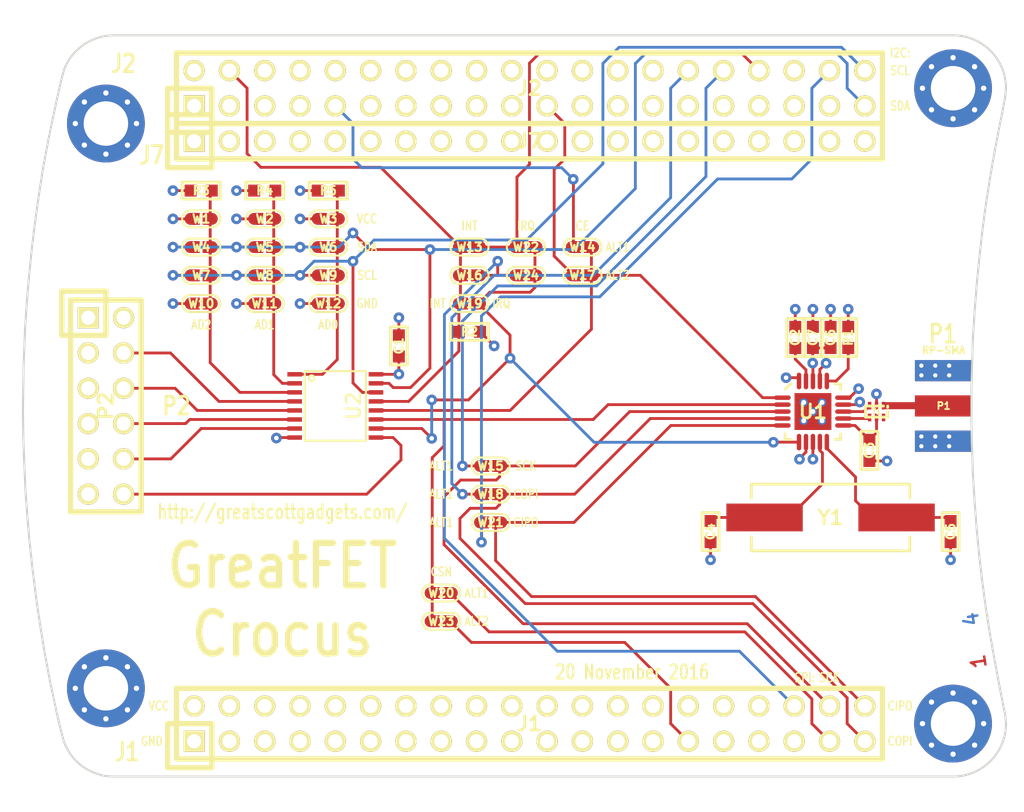
<source format=kicad_pcb>
(kicad_pcb (version 4) (host pcbnew 4.0.4-stable)
  (layers (0 C1F.Cu signal) (1 C2.Cu power) (2 C3.Cu power) (31 C4B.Cu signal) (34 B.Paste user) (35 F.Paste user) (36 B.SilkS user) (37 F.SilkS user) (38 B.Mask user) (39 F.Mask user) (44 Edge.Cuts user))
  (net 0 "")
  (net 1 GND)
  (net 2 VCC)
  (net 3 /DVDD)
  (net 4 /VDD_PA)
  (net 5 /XC2)
  (net 6 /XC1)
  (net 7 "Net-(J1-Pad3)")
  (net 8 "Net-(J1-Pad4)")
  (net 9 "Net-(J1-Pad5)")
  (net 10 "Net-(J1-Pad6)")
  (net 11 "Net-(J1-Pad7)")
  (net 12 "Net-(J1-Pad8)")
  (net 13 "Net-(J1-Pad9)")
  (net 14 "Net-(J1-Pad10)")
  (net 15 "Net-(J1-Pad11)")
  (net 16 "Net-(J1-Pad12)")
  (net 17 "Net-(J1-Pad13)")
  (net 18 "Net-(J1-Pad14)")
  (net 19 "Net-(J1-Pad15)")
  (net 20 "Net-(J1-Pad16)")
  (net 21 "Net-(J1-Pad17)")
  (net 22 "Net-(J1-Pad18)")
  (net 23 "Net-(J1-Pad19)")
  (net 24 "Net-(J1-Pad20)")
  (net 25 "Net-(J1-Pad21)")
  (net 26 "Net-(J1-Pad22)")
  (net 27 "Net-(J1-Pad23)")
  (net 28 "Net-(J1-Pad24)")
  (net 29 "Net-(J1-Pad25)")
  (net 30 "Net-(J1-Pad26)")
  (net 31 "Net-(J1-Pad27)")
  (net 32 "Net-(J1-Pad28)")
  (net 33 /CSN_ALT2)
  (net 34 "Net-(J1-Pad30)")
  (net 35 "Net-(J1-Pad31)")
  (net 36 "Net-(J1-Pad32)")
  (net 37 "Net-(J1-Pad33)")
  (net 38 "Net-(J1-Pad34)")
  (net 39 "Net-(J1-Pad35)")
  (net 40 /INT_ALT2)
  (net 41 /CSN_ALT1)
  (net 42 /SCK)
  (net 43 /COPI)
  (net 44 /CIPO)
  (net 45 "Net-(J2-Pad3)")
  (net 46 /INT)
  (net 47 "Net-(J2-Pad5)")
  (net 48 "Net-(J2-Pad6)")
  (net 49 "Net-(J2-Pad7)")
  (net 50 "Net-(J2-Pad8)")
  (net 51 /CE_ALT1)
  (net 52 "Net-(J2-Pad10)")
  (net 53 "Net-(J2-Pad11)")
  (net 54 "Net-(J2-Pad12)")
  (net 55 "Net-(J2-Pad13)")
  (net 56 "Net-(J2-Pad14)")
  (net 57 "Net-(J2-Pad15)")
  (net 58 "Net-(J2-Pad16)")
  (net 59 "Net-(J2-Pad17)")
  (net 60 "Net-(J2-Pad18)")
  (net 61 "Net-(J2-Pad19)")
  (net 62 "Net-(J2-Pad20)")
  (net 63 /CE_ALT2)
  (net 64 "Net-(J2-Pad22)")
  (net 65 "Net-(J2-Pad23)")
  (net 66 "Net-(J2-Pad24)")
  (net 67 "Net-(J2-Pad25)")
  (net 68 "Net-(J2-Pad26)")
  (net 69 "Net-(J2-Pad27)")
  (net 70 "Net-(J2-Pad28)")
  (net 71 "Net-(J2-Pad29)")
  (net 72 /COPI_ALT1)
  (net 73 "Net-(J2-Pad31)")
  (net 74 /SCK_ALT1)
  (net 75 "Net-(J2-Pad33)")
  (net 76 /INT_ALT1)
  (net 77 "Net-(J2-Pad35)")
  (net 78 "Net-(J2-Pad36)")
  (net 79 "Net-(J2-Pad37)")
  (net 80 /CIPO_ALT1)
  (net 81 /I2C0_SDA)
  (net 82 /I2C0_SCL)
  (net 83 "Net-(J7-Pad1)")
  (net 84 "Net-(J7-Pad2)")
  (net 85 "Net-(J7-Pad3)")
  (net 86 "Net-(J7-Pad4)")
  (net 87 "Net-(J7-Pad5)")
  (net 88 "Net-(J7-Pad6)")
  (net 89 "Net-(J7-Pad7)")
  (net 90 "Net-(J7-Pad8)")
  (net 91 "Net-(J7-Pad9)")
  (net 92 "Net-(J7-Pad10)")
  (net 93 "Net-(J7-Pad11)")
  (net 94 "Net-(J7-Pad12)")
  (net 95 "Net-(J7-Pad13)")
  (net 96 "Net-(J7-Pad14)")
  (net 97 "Net-(J7-Pad15)")
  (net 98 "Net-(J7-Pad16)")
  (net 99 "Net-(J7-Pad17)")
  (net 100 "Net-(J7-Pad18)")
  (net 101 "Net-(J7-Pad19)")
  (net 102 "Net-(J7-Pad20)")
  (net 103 /P0)
  (net 104 /P1)
  (net 105 /P2)
  (net 106 /P3)
  (net 107 /P4)
  (net 108 /IREF)
  (net 109 /CE)
  (net 110 /IRQ)
  (net 111 /CSN)
  (net 112 /RF)
  (net 113 /ANT2)
  (net 114 /ANT1)
  (net 115 /AD2)
  (net 116 /AD1)
  (net 117 /AD0)
  (net 118 "Net-(J2-Pad2)")
  (net 119 "Net-(J2-Pad1)")
  (module gsg-modules:HEADER-1x20 (layer C1F.Cu) (at 146.05 76.2)
    (fp_text reference J7 (at 0 0) (layer F.SilkS) (effects (font (size 1.016 1.016) (thickness 0.2032))))
    (fp_text value BONUS_ROW hide)
    (pad 1 thru_hole rect (at -24.13 0) (size 1.524 1.524) (drill 1.016) (layers *.Cu *.Mask F.SilkS) (net 83 "Net-(J7-Pad1)"))
    (pad 2 thru_hole circle (at -21.59 0) (size 1.524 1.524) (drill 1.016) (layers *.Cu *.Mask F.SilkS) (net 84 "Net-(J7-Pad2)"))
    (pad 3 thru_hole circle (at -19.05 0) (size 1.524 1.524) (drill 1.016) (layers *.Cu *.Mask F.SilkS) (net 85 "Net-(J7-Pad3)"))
    (pad 4 thru_hole circle (at -16.51 0) (size 1.524 1.524) (drill 1.016) (layers *.Cu *.Mask F.SilkS) (net 86 "Net-(J7-Pad4)"))
    (pad 5 thru_hole circle (at -13.97 0) (size 1.524 1.524) (drill 1.016) (layers *.Cu *.Mask F.SilkS) (net 87 "Net-(J7-Pad5)"))
    (pad 6 thru_hole circle (at -11.43 0) (size 1.524 1.524) (drill 1.016) (layers *.Cu *.Mask F.SilkS) (net 88 "Net-(J7-Pad6)"))
    (pad 7 thru_hole circle (at -8.89 0) (size 1.524 1.524) (drill 1.016) (layers *.Cu *.Mask F.SilkS) (net 89 "Net-(J7-Pad7)"))
    (pad 8 thru_hole circle (at -6.35 0) (size 1.524 1.524) (drill 1.016) (layers *.Cu *.Mask F.SilkS) (net 90 "Net-(J7-Pad8)"))
    (pad 9 thru_hole circle (at -3.81 0) (size 1.524 1.524) (drill 1.016) (layers *.Cu *.Mask F.SilkS) (net 91 "Net-(J7-Pad9)"))
    (pad 10 thru_hole circle (at -1.27 0) (size 1.524 1.524) (drill 1.016) (layers *.Cu *.Mask F.SilkS) (net 92 "Net-(J7-Pad10)"))
    (pad 11 thru_hole circle (at 1.27 0) (size 1.524 1.524) (drill 1.016) (layers *.Cu *.Mask F.SilkS) (net 93 "Net-(J7-Pad11)"))
    (pad 12 thru_hole circle (at 3.81 0) (size 1.524 1.524) (drill 1.016) (layers *.Cu *.Mask F.SilkS) (net 94 "Net-(J7-Pad12)"))
    (pad 13 thru_hole circle (at 6.35 0) (size 1.524 1.524) (drill 1.016) (layers *.Cu *.Mask F.SilkS) (net 95 "Net-(J7-Pad13)"))
    (pad 14 thru_hole circle (at 8.89 0) (size 1.524 1.524) (drill 1.016) (layers *.Cu *.Mask F.SilkS) (net 96 "Net-(J7-Pad14)"))
    (pad 15 thru_hole circle (at 11.43 0) (size 1.524 1.524) (drill 1.016) (layers *.Cu *.Mask F.SilkS) (net 97 "Net-(J7-Pad15)"))
    (pad 16 thru_hole circle (at 13.97 0) (size 1.524 1.524) (drill 1.016) (layers *.Cu *.Mask F.SilkS) (net 98 "Net-(J7-Pad16)"))
    (pad 17 thru_hole circle (at 16.51 0) (size 1.524 1.524) (drill 1.016) (layers *.Cu *.Mask F.SilkS) (net 99 "Net-(J7-Pad17)"))
    (pad 18 thru_hole circle (at 19.05 0) (size 1.524 1.524) (drill 1.016) (layers *.Cu *.Mask F.SilkS) (net 100 "Net-(J7-Pad18)"))
    (pad 19 thru_hole circle (at 21.59 0) (size 1.524 1.524) (drill 1.016) (layers *.Cu *.Mask F.SilkS) (net 101 "Net-(J7-Pad19)"))
    (pad 20 thru_hole circle (at 24.13 0) (size 1.524 1.524) (drill 1.016) (layers *.Cu *.Mask F.SilkS) (net 102 "Net-(J7-Pad20)"))
  )
  (module gsg-modules:HEADER-2x20 (layer C1F.Cu) (at 146.05 118.11)
    (fp_text reference J1 (at 0 0) (layer F.SilkS) (effects (font (size 1.016 1.016) (thickness 0.2032))))
    (fp_text value NEIGHBOR1 hide)
    (pad 1 thru_hole rect (at -24.13 1.27) (size 1.524 1.524) (drill 1.016) (layers *.Cu *.Mask F.SilkS) (net 1 GND))
    (pad 2 thru_hole circle (at -24.13 -1.27) (size 1.524 1.524) (drill 1.016) (layers *.Cu *.Mask F.SilkS) (net 2 VCC))
    (pad 3 thru_hole circle (at -21.59 1.27) (size 1.524 1.524) (drill 1.016) (layers *.Cu *.Mask F.SilkS) (net 7 "Net-(J1-Pad3)"))
    (pad 4 thru_hole circle (at -21.59 -1.27) (size 1.524 1.524) (drill 1.016) (layers *.Cu *.Mask F.SilkS) (net 8 "Net-(J1-Pad4)"))
    (pad 5 thru_hole circle (at -19.05 1.27) (size 1.524 1.524) (drill 1.016) (layers *.Cu *.Mask F.SilkS) (net 9 "Net-(J1-Pad5)"))
    (pad 6 thru_hole circle (at -19.05 -1.27) (size 1.524 1.524) (drill 1.016) (layers *.Cu *.Mask F.SilkS) (net 10 "Net-(J1-Pad6)"))
    (pad 7 thru_hole circle (at -16.51 1.27) (size 1.524 1.524) (drill 1.016) (layers *.Cu *.Mask F.SilkS) (net 11 "Net-(J1-Pad7)"))
    (pad 8 thru_hole circle (at -16.51 -1.27) (size 1.524 1.524) (drill 1.016) (layers *.Cu *.Mask F.SilkS) (net 12 "Net-(J1-Pad8)"))
    (pad 9 thru_hole circle (at -13.97 1.27) (size 1.524 1.524) (drill 1.016) (layers *.Cu *.Mask F.SilkS) (net 13 "Net-(J1-Pad9)"))
    (pad 10 thru_hole circle (at -13.97 -1.27) (size 1.524 1.524) (drill 1.016) (layers *.Cu *.Mask F.SilkS) (net 14 "Net-(J1-Pad10)"))
    (pad 11 thru_hole circle (at -11.43 1.27) (size 1.524 1.524) (drill 1.016) (layers *.Cu *.Mask F.SilkS) (net 15 "Net-(J1-Pad11)"))
    (pad 12 thru_hole circle (at -11.43 -1.27) (size 1.524 1.524) (drill 1.016) (layers *.Cu *.Mask F.SilkS) (net 16 "Net-(J1-Pad12)"))
    (pad 13 thru_hole circle (at -8.89 1.27) (size 1.524 1.524) (drill 1.016) (layers *.Cu *.Mask F.SilkS) (net 17 "Net-(J1-Pad13)"))
    (pad 14 thru_hole circle (at -8.89 -1.27) (size 1.524 1.524) (drill 1.016) (layers *.Cu *.Mask F.SilkS) (net 18 "Net-(J1-Pad14)"))
    (pad 15 thru_hole circle (at -6.35 1.27) (size 1.524 1.524) (drill 1.016) (layers *.Cu *.Mask F.SilkS) (net 19 "Net-(J1-Pad15)"))
    (pad 16 thru_hole circle (at -6.35 -1.27) (size 1.524 1.524) (drill 1.016) (layers *.Cu *.Mask F.SilkS) (net 20 "Net-(J1-Pad16)"))
    (pad 17 thru_hole circle (at -3.81 1.27) (size 1.524 1.524) (drill 1.016) (layers *.Cu *.Mask F.SilkS) (net 21 "Net-(J1-Pad17)"))
    (pad 18 thru_hole circle (at -3.81 -1.27) (size 1.524 1.524) (drill 1.016) (layers *.Cu *.Mask F.SilkS) (net 22 "Net-(J1-Pad18)"))
    (pad 19 thru_hole circle (at -1.27 1.27) (size 1.524 1.524) (drill 1.016) (layers *.Cu *.Mask F.SilkS) (net 23 "Net-(J1-Pad19)"))
    (pad 20 thru_hole circle (at -1.27 -1.27) (size 1.524 1.524) (drill 1.016) (layers *.Cu *.Mask F.SilkS) (net 24 "Net-(J1-Pad20)"))
    (pad 21 thru_hole circle (at 1.27 1.27) (size 1.524 1.524) (drill 1.016) (layers *.Cu *.Mask F.SilkS) (net 25 "Net-(J1-Pad21)"))
    (pad 22 thru_hole circle (at 1.27 -1.27) (size 1.524 1.524) (drill 1.016) (layers *.Cu *.Mask F.SilkS) (net 26 "Net-(J1-Pad22)"))
    (pad 23 thru_hole circle (at 3.81 1.27) (size 1.524 1.524) (drill 1.016) (layers *.Cu *.Mask F.SilkS) (net 27 "Net-(J1-Pad23)"))
    (pad 24 thru_hole circle (at 3.81 -1.27) (size 1.524 1.524) (drill 1.016) (layers *.Cu *.Mask F.SilkS) (net 28 "Net-(J1-Pad24)"))
    (pad 25 thru_hole circle (at 6.35 1.27) (size 1.524 1.524) (drill 1.016) (layers *.Cu *.Mask F.SilkS) (net 29 "Net-(J1-Pad25)"))
    (pad 26 thru_hole circle (at 6.35 -1.27) (size 1.524 1.524) (drill 1.016) (layers *.Cu *.Mask F.SilkS) (net 30 "Net-(J1-Pad26)"))
    (pad 27 thru_hole circle (at 8.89 1.27) (size 1.524 1.524) (drill 1.016) (layers *.Cu *.Mask F.SilkS) (net 31 "Net-(J1-Pad27)"))
    (pad 28 thru_hole circle (at 8.89 -1.27) (size 1.524 1.524) (drill 1.016) (layers *.Cu *.Mask F.SilkS) (net 32 "Net-(J1-Pad28)"))
    (pad 29 thru_hole circle (at 11.43 1.27) (size 1.524 1.524) (drill 1.016) (layers *.Cu *.Mask F.SilkS) (net 33 /CSN_ALT2))
    (pad 30 thru_hole circle (at 11.43 -1.27) (size 1.524 1.524) (drill 1.016) (layers *.Cu *.Mask F.SilkS) (net 34 "Net-(J1-Pad30)"))
    (pad 31 thru_hole circle (at 13.97 1.27) (size 1.524 1.524) (drill 1.016) (layers *.Cu *.Mask F.SilkS) (net 35 "Net-(J1-Pad31)"))
    (pad 32 thru_hole circle (at 13.97 -1.27) (size 1.524 1.524) (drill 1.016) (layers *.Cu *.Mask F.SilkS) (net 36 "Net-(J1-Pad32)"))
    (pad 33 thru_hole circle (at 16.51 1.27) (size 1.524 1.524) (drill 1.016) (layers *.Cu *.Mask F.SilkS) (net 37 "Net-(J1-Pad33)"))
    (pad 34 thru_hole circle (at 16.51 -1.27) (size 1.524 1.524) (drill 1.016) (layers *.Cu *.Mask F.SilkS) (net 38 "Net-(J1-Pad34)"))
    (pad 35 thru_hole circle (at 19.05 1.27) (size 1.524 1.524) (drill 1.016) (layers *.Cu *.Mask F.SilkS) (net 39 "Net-(J1-Pad35)"))
    (pad 36 thru_hole circle (at 19.05 -1.27) (size 1.524 1.524) (drill 1.016) (layers *.Cu *.Mask F.SilkS) (net 40 /INT_ALT2))
    (pad 37 thru_hole circle (at 21.59 1.27) (size 1.524 1.524) (drill 1.016) (layers *.Cu *.Mask F.SilkS) (net 41 /CSN_ALT1))
    (pad 38 thru_hole circle (at 21.59 -1.27) (size 1.524 1.524) (drill 1.016) (layers *.Cu *.Mask F.SilkS) (net 42 /SCK))
    (pad 39 thru_hole circle (at 24.13 1.27) (size 1.524 1.524) (drill 1.016) (layers *.Cu *.Mask F.SilkS) (net 43 /COPI))
    (pad 40 thru_hole circle (at 24.13 -1.27) (size 1.524 1.524) (drill 1.016) (layers *.Cu *.Mask F.SilkS) (net 44 /CIPO))
  )
  (module gsg-modules:HEADER-2x20 (layer C1F.Cu) (at 146.05 72.39)
    (fp_text reference J2 (at 0 0) (layer F.SilkS) (effects (font (size 1.016 1.016) (thickness 0.2032))))
    (fp_text value NEIGHBOR2 hide)
    (pad 1 thru_hole rect (at -24.13 1.27) (size 1.524 1.524) (drill 1.016) (layers *.Cu *.Mask F.SilkS) (net 119 "Net-(J2-Pad1)"))
    (pad 2 thru_hole circle (at -24.13 -1.27) (size 1.524 1.524) (drill 1.016) (layers *.Cu *.Mask F.SilkS) (net 118 "Net-(J2-Pad2)"))
    (pad 3 thru_hole circle (at -21.59 1.27) (size 1.524 1.524) (drill 1.016) (layers *.Cu *.Mask F.SilkS) (net 45 "Net-(J2-Pad3)"))
    (pad 4 thru_hole circle (at -21.59 -1.27) (size 1.524 1.524) (drill 1.016) (layers *.Cu *.Mask F.SilkS) (net 46 /INT))
    (pad 5 thru_hole circle (at -19.05 1.27) (size 1.524 1.524) (drill 1.016) (layers *.Cu *.Mask F.SilkS) (net 47 "Net-(J2-Pad5)"))
    (pad 6 thru_hole circle (at -19.05 -1.27) (size 1.524 1.524) (drill 1.016) (layers *.Cu *.Mask F.SilkS) (net 48 "Net-(J2-Pad6)"))
    (pad 7 thru_hole circle (at -16.51 1.27) (size 1.524 1.524) (drill 1.016) (layers *.Cu *.Mask F.SilkS) (net 49 "Net-(J2-Pad7)"))
    (pad 8 thru_hole circle (at -16.51 -1.27) (size 1.524 1.524) (drill 1.016) (layers *.Cu *.Mask F.SilkS) (net 50 "Net-(J2-Pad8)"))
    (pad 9 thru_hole circle (at -13.97 1.27) (size 1.524 1.524) (drill 1.016) (layers *.Cu *.Mask F.SilkS) (net 51 /CE_ALT1))
    (pad 10 thru_hole circle (at -13.97 -1.27) (size 1.524 1.524) (drill 1.016) (layers *.Cu *.Mask F.SilkS) (net 52 "Net-(J2-Pad10)"))
    (pad 11 thru_hole circle (at -11.43 1.27) (size 1.524 1.524) (drill 1.016) (layers *.Cu *.Mask F.SilkS) (net 53 "Net-(J2-Pad11)"))
    (pad 12 thru_hole circle (at -11.43 -1.27) (size 1.524 1.524) (drill 1.016) (layers *.Cu *.Mask F.SilkS) (net 54 "Net-(J2-Pad12)"))
    (pad 13 thru_hole circle (at -8.89 1.27) (size 1.524 1.524) (drill 1.016) (layers *.Cu *.Mask F.SilkS) (net 55 "Net-(J2-Pad13)"))
    (pad 14 thru_hole circle (at -8.89 -1.27) (size 1.524 1.524) (drill 1.016) (layers *.Cu *.Mask F.SilkS) (net 56 "Net-(J2-Pad14)"))
    (pad 15 thru_hole circle (at -6.35 1.27) (size 1.524 1.524) (drill 1.016) (layers *.Cu *.Mask F.SilkS) (net 57 "Net-(J2-Pad15)"))
    (pad 16 thru_hole circle (at -6.35 -1.27) (size 1.524 1.524) (drill 1.016) (layers *.Cu *.Mask F.SilkS) (net 58 "Net-(J2-Pad16)"))
    (pad 17 thru_hole circle (at -3.81 1.27) (size 1.524 1.524) (drill 1.016) (layers *.Cu *.Mask F.SilkS) (net 59 "Net-(J2-Pad17)"))
    (pad 18 thru_hole circle (at -3.81 -1.27) (size 1.524 1.524) (drill 1.016) (layers *.Cu *.Mask F.SilkS) (net 60 "Net-(J2-Pad18)"))
    (pad 19 thru_hole circle (at -1.27 1.27) (size 1.524 1.524) (drill 1.016) (layers *.Cu *.Mask F.SilkS) (net 61 "Net-(J2-Pad19)"))
    (pad 20 thru_hole circle (at -1.27 -1.27) (size 1.524 1.524) (drill 1.016) (layers *.Cu *.Mask F.SilkS) (net 62 "Net-(J2-Pad20)"))
    (pad 21 thru_hole circle (at 1.27 1.27) (size 1.524 1.524) (drill 1.016) (layers *.Cu *.Mask F.SilkS) (net 63 /CE_ALT2))
    (pad 22 thru_hole circle (at 1.27 -1.27) (size 1.524 1.524) (drill 1.016) (layers *.Cu *.Mask F.SilkS) (net 64 "Net-(J2-Pad22)"))
    (pad 23 thru_hole circle (at 3.81 1.27) (size 1.524 1.524) (drill 1.016) (layers *.Cu *.Mask F.SilkS) (net 65 "Net-(J2-Pad23)"))
    (pad 24 thru_hole circle (at 3.81 -1.27) (size 1.524 1.524) (drill 1.016) (layers *.Cu *.Mask F.SilkS) (net 66 "Net-(J2-Pad24)"))
    (pad 25 thru_hole circle (at 6.35 1.27) (size 1.524 1.524) (drill 1.016) (layers *.Cu *.Mask F.SilkS) (net 67 "Net-(J2-Pad25)"))
    (pad 26 thru_hole circle (at 6.35 -1.27) (size 1.524 1.524) (drill 1.016) (layers *.Cu *.Mask F.SilkS) (net 68 "Net-(J2-Pad26)"))
    (pad 27 thru_hole circle (at 8.89 1.27) (size 1.524 1.524) (drill 1.016) (layers *.Cu *.Mask F.SilkS) (net 69 "Net-(J2-Pad27)"))
    (pad 28 thru_hole circle (at 8.89 -1.27) (size 1.524 1.524) (drill 1.016) (layers *.Cu *.Mask F.SilkS) (net 70 "Net-(J2-Pad28)"))
    (pad 29 thru_hole circle (at 11.43 1.27) (size 1.524 1.524) (drill 1.016) (layers *.Cu *.Mask F.SilkS) (net 71 "Net-(J2-Pad29)"))
    (pad 30 thru_hole circle (at 11.43 -1.27) (size 1.524 1.524) (drill 1.016) (layers *.Cu *.Mask F.SilkS) (net 72 /COPI_ALT1))
    (pad 31 thru_hole circle (at 13.97 1.27) (size 1.524 1.524) (drill 1.016) (layers *.Cu *.Mask F.SilkS) (net 73 "Net-(J2-Pad31)"))
    (pad 32 thru_hole circle (at 13.97 -1.27) (size 1.524 1.524) (drill 1.016) (layers *.Cu *.Mask F.SilkS) (net 74 /SCK_ALT1))
    (pad 33 thru_hole circle (at 16.51 1.27) (size 1.524 1.524) (drill 1.016) (layers *.Cu *.Mask F.SilkS) (net 75 "Net-(J2-Pad33)"))
    (pad 34 thru_hole circle (at 16.51 -1.27) (size 1.524 1.524) (drill 1.016) (layers *.Cu *.Mask F.SilkS) (net 76 /INT_ALT1))
    (pad 35 thru_hole circle (at 19.05 1.27) (size 1.524 1.524) (drill 1.016) (layers *.Cu *.Mask F.SilkS) (net 77 "Net-(J2-Pad35)"))
    (pad 36 thru_hole circle (at 19.05 -1.27) (size 1.524 1.524) (drill 1.016) (layers *.Cu *.Mask F.SilkS) (net 78 "Net-(J2-Pad36)"))
    (pad 37 thru_hole circle (at 21.59 1.27) (size 1.524 1.524) (drill 1.016) (layers *.Cu *.Mask F.SilkS) (net 79 "Net-(J2-Pad37)"))
    (pad 38 thru_hole circle (at 21.59 -1.27) (size 1.524 1.524) (drill 1.016) (layers *.Cu *.Mask F.SilkS) (net 80 /CIPO_ALT1))
    (pad 39 thru_hole circle (at 24.13 1.27) (size 1.524 1.524) (drill 1.016) (layers *.Cu *.Mask F.SilkS) (net 81 /I2C0_SDA))
    (pad 40 thru_hole circle (at 24.13 -1.27) (size 1.524 1.524) (drill 1.016) (layers *.Cu *.Mask F.SilkS) (net 82 /I2C0_SCL))
  )
  (module gsg-modules:HOLE126MIL-COPPER (layer C1F.Cu) (at 115.57 74.93)
    (fp_text reference MH1 hide)
    (fp_text value MOUNTING_HOLE hide)
    (pad 1 thru_hole circle (at 0 0) (size 5.6 5.6) (drill 3.2004) (layers *.Cu *.Mask) (net 1 GND))
    (pad 1 thru_hole circle (at 0 -2.2) (size 0.6 0.6) (drill 0.381) (layers *.Cu *.Mask) (net 1 GND))
    (pad 1 thru_hole circle (at -2.2 0) (size 0.6 0.6) (drill 0.381) (layers *.Cu *.Mask) (net 1 GND))
    (pad 1 thru_hole circle (at 0 2.2) (size 0.6 0.6) (drill 0.381) (layers *.Cu *.Mask) (net 1 GND))
    (pad 1 thru_hole circle (at 2.2 0) (size 0.6 0.6) (drill 0.381) (layers *.Cu *.Mask) (net 1 GND))
    (pad 1 thru_hole circle (at 1.55 -1.55) (size 0.6 0.6) (drill 0.381) (layers *.Cu *.Mask) (net 1 GND))
    (pad 1 thru_hole circle (at -1.55 -1.55) (size 0.6 0.6) (drill 0.381) (layers *.Cu *.Mask) (net 1 GND))
    (pad 1 thru_hole circle (at -1.55 1.55) (size 0.6 0.6) (drill 0.381) (layers *.Cu *.Mask) (net 1 GND))
    (pad 1 thru_hole circle (at 1.55 1.55) (size 0.6 0.6) (drill 0.381) (layers *.Cu *.Mask) (net 1 GND))
  )
  (module gsg-modules:HOLE126MIL-COPPER (layer C1F.Cu) (at 115.57 115.57)
    (fp_text reference MH2 hide)
    (fp_text value MOUNTING_HOLE hide)
    (pad 1 thru_hole circle (at 0 0) (size 5.6 5.6) (drill 3.2004) (layers *.Cu *.Mask) (net 1 GND))
    (pad 1 thru_hole circle (at 0 -2.2) (size 0.6 0.6) (drill 0.381) (layers *.Cu *.Mask) (net 1 GND))
    (pad 1 thru_hole circle (at -2.2 0) (size 0.6 0.6) (drill 0.381) (layers *.Cu *.Mask) (net 1 GND))
    (pad 1 thru_hole circle (at 0 2.2) (size 0.6 0.6) (drill 0.381) (layers *.Cu *.Mask) (net 1 GND))
    (pad 1 thru_hole circle (at 2.2 0) (size 0.6 0.6) (drill 0.381) (layers *.Cu *.Mask) (net 1 GND))
    (pad 1 thru_hole circle (at 1.55 -1.55) (size 0.6 0.6) (drill 0.381) (layers *.Cu *.Mask) (net 1 GND))
    (pad 1 thru_hole circle (at -1.55 -1.55) (size 0.6 0.6) (drill 0.381) (layers *.Cu *.Mask) (net 1 GND))
    (pad 1 thru_hole circle (at -1.55 1.55) (size 0.6 0.6) (drill 0.381) (layers *.Cu *.Mask) (net 1 GND))
    (pad 1 thru_hole circle (at 1.55 1.55) (size 0.6 0.6) (drill 0.381) (layers *.Cu *.Mask) (net 1 GND))
  )
  (module gsg-modules:HOLE126MIL-COPPER (layer C1F.Cu) (at 176.53 118.11)
    (fp_text reference MH3 hide)
    (fp_text value MOUNTING_HOLE hide)
    (pad 1 thru_hole circle (at 0 0) (size 5.6 5.6) (drill 3.2004) (layers *.Cu *.Mask) (net 1 GND))
    (pad 1 thru_hole circle (at 0 -2.2) (size 0.6 0.6) (drill 0.381) (layers *.Cu *.Mask) (net 1 GND))
    (pad 1 thru_hole circle (at -2.2 0) (size 0.6 0.6) (drill 0.381) (layers *.Cu *.Mask) (net 1 GND))
    (pad 1 thru_hole circle (at 0 2.2) (size 0.6 0.6) (drill 0.381) (layers *.Cu *.Mask) (net 1 GND))
    (pad 1 thru_hole circle (at 2.2 0) (size 0.6 0.6) (drill 0.381) (layers *.Cu *.Mask) (net 1 GND))
    (pad 1 thru_hole circle (at 1.55 -1.55) (size 0.6 0.6) (drill 0.381) (layers *.Cu *.Mask) (net 1 GND))
    (pad 1 thru_hole circle (at -1.55 -1.55) (size 0.6 0.6) (drill 0.381) (layers *.Cu *.Mask) (net 1 GND))
    (pad 1 thru_hole circle (at -1.55 1.55) (size 0.6 0.6) (drill 0.381) (layers *.Cu *.Mask) (net 1 GND))
    (pad 1 thru_hole circle (at 1.55 1.55) (size 0.6 0.6) (drill 0.381) (layers *.Cu *.Mask) (net 1 GND))
  )
  (module gsg-modules:HOLE126MIL-COPPER (layer C1F.Cu) (at 176.53 72.39)
    (fp_text reference MH4 hide)
    (fp_text value MOUNTING_HOLE hide)
    (pad 1 thru_hole circle (at 0 0) (size 5.6 5.6) (drill 3.2004) (layers *.Cu *.Mask) (net 1 GND))
    (pad 1 thru_hole circle (at 0 -2.2) (size 0.6 0.6) (drill 0.381) (layers *.Cu *.Mask) (net 1 GND))
    (pad 1 thru_hole circle (at -2.2 0) (size 0.6 0.6) (drill 0.381) (layers *.Cu *.Mask) (net 1 GND))
    (pad 1 thru_hole circle (at 0 2.2) (size 0.6 0.6) (drill 0.381) (layers *.Cu *.Mask) (net 1 GND))
    (pad 1 thru_hole circle (at 2.2 0) (size 0.6 0.6) (drill 0.381) (layers *.Cu *.Mask) (net 1 GND))
    (pad 1 thru_hole circle (at 1.55 -1.55) (size 0.6 0.6) (drill 0.381) (layers *.Cu *.Mask) (net 1 GND))
    (pad 1 thru_hole circle (at -1.55 -1.55) (size 0.6 0.6) (drill 0.381) (layers *.Cu *.Mask) (net 1 GND))
    (pad 1 thru_hole circle (at -1.55 1.55) (size 0.6 0.6) (drill 0.381) (layers *.Cu *.Mask) (net 1 GND))
    (pad 1 thru_hole circle (at 1.55 1.55) (size 0.6 0.6) (drill 0.381) (layers *.Cu *.Mask) (net 1 GND))
  )
  (module gsg-modules:0603 (layer C1F.Cu) (at 136.652 90.932 90)
    (fp_text reference C1 (at 0 0 90) (layer F.SilkS) (effects (font (size 0.6096 0.6096) (thickness 0.1524))))
    (fp_text value 33nF hide)
    (pad 2 smd rect (at 0.762 0 90) (size 0.8636 0.8636) (layers C1F.Cu F.Paste F.Mask) (net 1 GND) (clearance 0.1778))
    (pad 1 smd rect (at -0.762 0 90) (size 0.8636 0.8636) (layers C1F.Cu F.Paste F.Mask) (net 2 VCC) (clearance 0.1778))
  )
  (module gsg-modules:0603 (layer C1F.Cu) (at 165.1762 90.3224 90)
    (fp_text reference C2 (at 0 0 90) (layer F.SilkS) (effects (font (size 0.6096 0.6096) (thickness 0.1524))))
    (fp_text value 33nF hide)
    (pad 2 smd rect (at 0.762 0 90) (size 0.8636 0.8636) (layers C1F.Cu F.Paste F.Mask) (net 1 GND) (clearance 0.1778))
    (pad 1 smd rect (at -0.762 0 90) (size 0.8636 0.8636) (layers C1F.Cu F.Paste F.Mask) (net 3 /DVDD) (clearance 0.1778))
  )
  (module gsg-modules:0603 (layer C1F.Cu) (at 170.5102 98.4504 270)
    (fp_text reference C3 (at 0 0 270) (layer F.SilkS) (effects (font (size 0.6096 0.6096) (thickness 0.1524))))
    (fp_text value 2.2nF hide)
    (pad 2 smd rect (at 0.762 0 270) (size 0.8636 0.8636) (layers C1F.Cu F.Paste F.Mask) (net 1 GND) (clearance 0.1778))
    (pad 1 smd rect (at -0.762 0 270) (size 0.8636 0.8636) (layers C1F.Cu F.Paste F.Mask) (net 4 /VDD_PA) (clearance 0.1778))
  )
  (module gsg-modules:0603 (layer C1F.Cu) (at 159.0802 104.2924 270)
    (fp_text reference C4 (at 0 0 270) (layer F.SilkS) (effects (font (size 0.6096 0.6096) (thickness 0.1524))))
    (fp_text value 18pF hide)
    (pad 2 smd rect (at 0.762 0 270) (size 0.8636 0.8636) (layers C1F.Cu F.Paste F.Mask) (net 1 GND) (clearance 0.1778))
    (pad 1 smd rect (at -0.762 0 270) (size 0.8636 0.8636) (layers C1F.Cu F.Paste F.Mask) (net 5 /XC2) (clearance 0.1778))
  )
  (module gsg-modules:0603 (layer C1F.Cu) (at 176.3522 104.2924 270)
    (fp_text reference C5 (at 0 0 270) (layer F.SilkS) (effects (font (size 0.6096 0.6096) (thickness 0.1524))))
    (fp_text value 18pF hide)
    (pad 2 smd rect (at 0.762 0 270) (size 0.8636 0.8636) (layers C1F.Cu F.Paste F.Mask) (net 1 GND) (clearance 0.1778))
    (pad 1 smd rect (at -0.762 0 270) (size 0.8636 0.8636) (layers C1F.Cu F.Paste F.Mask) (net 6 /XC1) (clearance 0.1778))
  )
  (module gsg-modules:0603 (layer C1F.Cu) (at 167.7162 90.3224 90)
    (fp_text reference C6 (at 0 0 90) (layer F.SilkS) (effects (font (size 0.6096 0.6096) (thickness 0.1524))))
    (fp_text value 10nF hide)
    (pad 2 smd rect (at 0.762 0 90) (size 0.8636 0.8636) (layers C1F.Cu F.Paste F.Mask) (net 1 GND) (clearance 0.1778))
    (pad 1 smd rect (at -0.762 0 90) (size 0.8636 0.8636) (layers C1F.Cu F.Paste F.Mask) (net 2 VCC) (clearance 0.1778))
  )
  (module gsg-modules:0603 (layer C1F.Cu) (at 166.4462 90.3224 90)
    (fp_text reference C7 (at 0 0 90) (layer F.SilkS) (effects (font (size 0.6096 0.6096) (thickness 0.1524))))
    (fp_text value 1nF hide)
    (pad 2 smd rect (at 0.762 0 90) (size 0.8636 0.8636) (layers C1F.Cu F.Paste F.Mask) (net 1 GND) (clearance 0.1778))
    (pad 1 smd rect (at -0.762 0 90) (size 0.8636 0.8636) (layers C1F.Cu F.Paste F.Mask) (net 2 VCC) (clearance 0.1778))
  )
  (module gsg-modules:HEADER-2x6 (layer C1F.Cu) (at 115.57 95.25 270)
    (fp_text reference P2 (at 0 0 270) (layer F.SilkS) (effects (font (size 1.016 1.016) (thickness 0.2032))))
    (fp_text value EXPANSION hide)
    (pad 1 thru_hole rect (at -6.35 1.27 270) (size 1.524 1.524) (drill 1.016) (layers *.Cu *.Mask F.SilkS) (net 1 GND))
    (pad 2 thru_hole circle (at -6.35 -1.27 270) (size 1.524 1.524) (drill 1.016) (layers *.Cu *.Mask F.SilkS) (net 2 VCC))
    (pad 3 thru_hole circle (at -3.81 1.27 270) (size 1.524 1.524) (drill 1.016) (layers *.Cu *.Mask F.SilkS) (net 1 GND))
    (pad 4 thru_hole circle (at -3.81 -1.27 270) (size 1.524 1.524) (drill 1.016) (layers *.Cu *.Mask F.SilkS) (net 103 /P0))
    (pad 5 thru_hole circle (at -1.27 1.27 270) (size 1.524 1.524) (drill 1.016) (layers *.Cu *.Mask F.SilkS) (net 1 GND))
    (pad 6 thru_hole circle (at -1.27 -1.27 270) (size 1.524 1.524) (drill 1.016) (layers *.Cu *.Mask F.SilkS) (net 104 /P1))
    (pad 7 thru_hole circle (at 1.27 1.27 270) (size 1.524 1.524) (drill 1.016) (layers *.Cu *.Mask F.SilkS) (net 1 GND))
    (pad 8 thru_hole circle (at 1.27 -1.27 270) (size 1.524 1.524) (drill 1.016) (layers *.Cu *.Mask F.SilkS) (net 105 /P2))
    (pad 9 thru_hole circle (at 3.81 1.27 270) (size 1.524 1.524) (drill 1.016) (layers *.Cu *.Mask F.SilkS) (net 1 GND))
    (pad 10 thru_hole circle (at 3.81 -1.27 270) (size 1.524 1.524) (drill 1.016) (layers *.Cu *.Mask F.SilkS) (net 106 /P3))
    (pad 11 thru_hole circle (at 6.35 1.27 270) (size 1.524 1.524) (drill 1.016) (layers *.Cu *.Mask F.SilkS) (net 1 GND))
    (pad 12 thru_hole circle (at 6.35 -1.27 270) (size 1.524 1.524) (drill 1.016) (layers *.Cu *.Mask F.SilkS) (net 107 /P4))
  )
  (module gsg-modules:0603 (layer C1F.Cu) (at 168.9862 90.3224 270)
    (fp_text reference R1 (at 0 0 270) (layer F.SilkS) (effects (font (size 0.6096 0.6096) (thickness 0.1524))))
    (fp_text value 22.0k hide)
    (pad 2 smd rect (at 0.762 0 270) (size 0.8636 0.8636) (layers C1F.Cu F.Paste F.Mask) (net 108 /IREF) (clearance 0.1778))
    (pad 1 smd rect (at -0.762 0 270) (size 0.8636 0.8636) (layers C1F.Cu F.Paste F.Mask) (net 1 GND) (clearance 0.1778))
  )
  (module gsg-modules:0603 (layer C1F.Cu) (at 141.732 89.916 180)
    (fp_text reference R2 (at 0 0 180) (layer F.SilkS) (effects (font (size 0.6096 0.6096) (thickness 0.1524))))
    (fp_text value 10k hide)
    (pad 2 smd rect (at 0.762 0 180) (size 0.8636 0.8636) (layers C1F.Cu F.Paste F.Mask) (net 46 /INT) (clearance 0.1778))
    (pad 1 smd rect (at -0.762 0 180) (size 0.8636 0.8636) (layers C1F.Cu F.Paste F.Mask) (net 2 VCC) (clearance 0.1778))
  )
  (module gsg-modules:0603 (layer C1F.Cu) (at 122.428 79.756 180)
    (fp_text reference R3 (at 0 0 180) (layer F.SilkS) (effects (font (size 0.6096 0.6096) (thickness 0.1524))))
    (fp_text value 10k hide)
    (pad 2 smd rect (at 0.762 0 180) (size 0.8636 0.8636) (layers C1F.Cu F.Paste F.Mask) (net 1 GND) (clearance 0.1778))
    (pad 1 smd rect (at -0.762 0 180) (size 0.8636 0.8636) (layers C1F.Cu F.Paste F.Mask) (net 115 /AD2) (clearance 0.1778))
  )
  (module gsg-modules:0603 (layer C1F.Cu) (at 127 79.756 180)
    (fp_text reference R4 (at 0 0 180) (layer F.SilkS) (effects (font (size 0.6096 0.6096) (thickness 0.1524))))
    (fp_text value 10k hide)
    (pad 2 smd rect (at 0.762 0 180) (size 0.8636 0.8636) (layers C1F.Cu F.Paste F.Mask) (net 1 GND) (clearance 0.1778))
    (pad 1 smd rect (at -0.762 0 180) (size 0.8636 0.8636) (layers C1F.Cu F.Paste F.Mask) (net 116 /AD1) (clearance 0.1778))
  )
  (module gsg-modules:0603 (layer C1F.Cu) (at 131.572 79.756 180)
    (fp_text reference R5 (at 0 0 180) (layer F.SilkS) (effects (font (size 0.6096 0.6096) (thickness 0.1524))))
    (fp_text value 10k hide)
    (pad 2 smd rect (at 0.762 0 180) (size 0.8636 0.8636) (layers C1F.Cu F.Paste F.Mask) (net 1 GND) (clearance 0.1778))
    (pad 1 smd rect (at -0.762 0 180) (size 0.8636 0.8636) (layers C1F.Cu F.Paste F.Mask) (net 117 /AD0) (clearance 0.1778))
  )
  (module gsg-modules:2500BL14M100 (layer C1F.Cu) (at 171.0262 95.6564 180)
    (fp_text reference T1 (at 0 0 180) (layer F.SilkS) (effects (font (size 0.381 0.381) (thickness 0.09525))))
    (fp_text value BALUN hide)
    (pad 1 smd rect (at -0.5 0.425 180) (size 0.25 0.55) (layers C1F.Cu F.Paste F.Mask) (net 112 /RF))
    (pad 2 smd rect (at 0 0.425 180) (size 0.25 0.55) (layers C1F.Cu F.Paste F.Mask) (net 1 GND))
    (pad 3 smd rect (at 0.5 0.425 180) (size 0.25 0.55) (layers C1F.Cu F.Paste F.Mask) (net 113 /ANT2))
    (pad 4 smd rect (at 0.5 -0.425 180) (size 0.25 0.55) (layers C1F.Cu F.Paste F.Mask) (net 114 /ANT1))
    (pad 5 smd rect (at 0 -0.425 180) (size 0.25 0.55) (layers C1F.Cu F.Paste F.Mask) (net 4 /VDD_PA))
    (pad 6 smd rect (at -0.5 -0.425 180) (size 0.25 0.55) (layers C1F.Cu F.Paste F.Mask))
  )
  (module gsg-modules:QFN20-4 (layer C1F.Cu) (at 166.4462 95.6564)
    (fp_text reference U1 (at 0 0) (layer F.SilkS) (effects (font (size 1.00076 1.00076) (thickness 0.2032))))
    (fp_text value nRF24L01+ hide)
    (pad 1 smd oval (at -2.2 -1) (size 1.2 0.32) (layers C1F.Cu F.Paste F.Mask) (net 109 /CE))
    (pad 2 smd oval (at -2.2 -0.5) (size 1.2 0.32) (layers C1F.Cu F.Paste F.Mask) (net 111 /CSN))
    (pad 3 smd oval (at -2.2 0) (size 1.2 0.32) (layers C1F.Cu F.Paste F.Mask) (net 42 /SCK))
    (pad 4 smd oval (at -2.2 0.5) (size 1.2 0.32) (layers C1F.Cu F.Paste F.Mask) (net 43 /COPI))
    (pad 5 smd oval (at -2.2 1) (size 1.2 0.32) (layers C1F.Cu F.Paste F.Mask) (net 44 /CIPO))
    (pad 6 smd oval (at -1 2.2 90) (size 1.2 0.32) (layers C1F.Cu F.Paste F.Mask) (net 110 /IRQ))
    (pad 7 smd oval (at -0.5 2.2 90) (size 1.2 0.32) (layers C1F.Cu F.Paste F.Mask) (net 2 VCC))
    (pad 8 smd oval (at 0 2.2 90) (size 1.2 0.32) (layers C1F.Cu F.Paste F.Mask) (net 1 GND))
    (pad 9 smd oval (at 0.5 2.2 90) (size 1.2 0.32) (layers C1F.Cu F.Paste F.Mask) (net 5 /XC2))
    (pad 10 smd oval (at 1 2.2 90) (size 1.2 0.32) (layers C1F.Cu F.Paste F.Mask) (net 6 /XC1))
    (pad 11 smd oval (at 2.2 1) (size 1.2 0.32) (layers C1F.Cu F.Paste F.Mask) (net 4 /VDD_PA))
    (pad 12 smd oval (at 2.2 0.5) (size 1.2 0.32) (layers C1F.Cu F.Paste F.Mask) (net 114 /ANT1))
    (pad 13 smd oval (at 2.2 0) (size 1.2 0.32) (layers C1F.Cu F.Paste F.Mask) (net 113 /ANT2))
    (pad 14 smd oval (at 2.2 -0.5) (size 1.2 0.32) (layers C1F.Cu F.Paste F.Mask) (net 1 GND))
    (pad 15 smd oval (at 2.2 -1) (size 1.2 0.32) (layers C1F.Cu F.Paste F.Mask) (net 2 VCC))
    (pad 16 smd oval (at 1 -2.2 90) (size 1.2 0.32) (layers C1F.Cu F.Paste F.Mask) (net 108 /IREF))
    (pad 17 smd oval (at 0.5 -2.2 90) (size 1.2 0.32) (layers C1F.Cu F.Paste F.Mask) (net 1 GND))
    (pad 18 smd oval (at 0 -2.2 90) (size 1.2 0.32) (layers C1F.Cu F.Paste F.Mask) (net 2 VCC))
    (pad 19 smd oval (at -0.5 -2.2 90) (size 1.2 0.32) (layers C1F.Cu F.Paste F.Mask) (net 3 /DVDD))
    (pad 20 smd oval (at -1 -2.2 90) (size 1.2 0.32) (layers C1F.Cu F.Paste F.Mask) (net 1 GND))
    (pad 0 smd rect (at 0 0) (size 2.65 2.65) (layers C1F.Cu F.Mask))
    (pad 0 thru_hole circle (at 0 0) (size 0.6 0.6) (drill 0.35) (layers *.Cu))
    (pad 0 thru_hole circle (at -0.66 -0.66) (size 0.6 0.6) (drill 0.35) (layers *.Cu))
    (pad 0 thru_hole circle (at 0.66 -0.66) (size 0.6 0.6) (drill 0.35) (layers *.Cu))
    (pad 0 thru_hole circle (at 0.66 0.66) (size 0.6 0.6) (drill 0.35) (layers *.Cu))
    (pad 0 thru_hole circle (at -0.66 0.66) (size 0.6 0.6) (drill 0.35) (layers *.Cu))
    (pad 0 smd rect (at -0.66 -0.66) (size 1.32 1.32) (layers C1F.Cu F.Paste))
    (pad 0 smd rect (at 0.66 -0.66) (size 1.32 1.32) (layers C1F.Cu F.Paste))
    (pad 0 smd rect (at -0.66 0.66) (size 1.32 1.32) (layers C1F.Cu F.Paste))
    (pad 0 smd rect (at 0.66 0.66) (size 1.32 1.32) (layers C1F.Cu F.Paste))
  )
  (module gsg-modules:HC-49S (layer C1F.Cu) (at 167.7162 103.2764)
    (fp_text reference Y1 (at 0 0) (layer F.SilkS) (effects (font (size 1.00076 1.00076) (thickness 0.2032))))
    (fp_text value XTAL hide)
    (pad 1 smd rect (at -4.7498 0) (size 5.4991 1.99898) (layers C1F.Cu F.Paste F.Mask) (net 5 /XC2) (clearance 0.1778))
    (pad 2 smd rect (at 4.7498 0) (size 5.4991 1.99898) (layers C1F.Cu F.Paste F.Mask) (net 6 /XC1) (clearance 0.1778))
  )
  (module gsg-modules:0603-JUMPER (layer C1F.Cu) (at 127 83.82)
    (fp_text reference W5 (at 0 0) (layer F.SilkS) (effects (font (size 0.6096 0.6096) (thickness 0.1524))))
    (fp_text value TEST hide)
    (pad 1 smd oval (at -0.6477 0) (size 1.0922 0.8636) (layers C1F.Cu F.Mask) (net 81 /I2C0_SDA) (clearance 0.1778))
    (pad 2 smd rect (at 0.3556 0) (size 0.508 0.8636) (layers C1F.Cu F.Mask) (net 116 /AD1) (clearance 0.1778))
    (pad 1 smd rect (at -0.3556 0) (size 0.508 0.8636) (layers C1F.Cu F.Mask) (net 81 /I2C0_SDA) (clearance 0.1778))
    (pad 2 smd oval (at 0.6477 0) (size 1.0922 0.8636) (layers C1F.Cu F.Mask) (net 116 /AD1))
  )
  (module gsg-modules:0603-JUMPER (layer C1F.Cu) (at 149.86 83.82)
    (fp_text reference W14 (at 0 0) (layer F.SilkS) (effects (font (size 0.6096 0.6096) (thickness 0.1524))))
    (fp_text value TEST hide)
    (pad 1 smd oval (at -0.6477 0) (size 1.0922 0.8636) (layers C1F.Cu F.Mask) (net 51 /CE_ALT1) (clearance 0.1778))
    (pad 2 smd rect (at 0.3556 0) (size 0.508 0.8636) (layers C1F.Cu F.Mask) (net 109 /CE) (clearance 0.1778))
    (pad 1 smd rect (at -0.3556 0) (size 0.508 0.8636) (layers C1F.Cu F.Mask) (net 51 /CE_ALT1) (clearance 0.1778))
    (pad 2 smd oval (at 0.6477 0) (size 1.0922 0.8636) (layers C1F.Cu F.Mask) (net 109 /CE))
  )
  (module gsg-modules:0603-JUMPER (layer C1F.Cu) (at 122.428 85.852)
    (fp_text reference W7 (at 0 0) (layer F.SilkS) (effects (font (size 0.6096 0.6096) (thickness 0.1524))))
    (fp_text value TEST hide)
    (pad 1 smd oval (at -0.6477 0) (size 1.0922 0.8636) (layers C1F.Cu F.Mask) (net 82 /I2C0_SCL) (clearance 0.1778))
    (pad 2 smd rect (at 0.3556 0) (size 0.508 0.8636) (layers C1F.Cu F.Mask) (net 115 /AD2) (clearance 0.1778))
    (pad 1 smd rect (at -0.3556 0) (size 0.508 0.8636) (layers C1F.Cu F.Mask) (net 82 /I2C0_SCL) (clearance 0.1778))
    (pad 2 smd oval (at 0.6477 0) (size 1.0922 0.8636) (layers C1F.Cu F.Mask) (net 115 /AD2))
  )
  (module gsg-modules:0603-JUMPER (layer C1F.Cu) (at 143.256 99.568)
    (fp_text reference W15 (at 0 0) (layer F.SilkS) (effects (font (size 0.6096 0.6096) (thickness 0.1524))))
    (fp_text value TEST hide)
    (pad 1 smd oval (at -0.6477 0) (size 1.0922 0.8636) (layers C1F.Cu F.Mask) (net 74 /SCK_ALT1) (clearance 0.1778))
    (pad 2 smd rect (at 0.3556 0) (size 0.508 0.8636) (layers C1F.Cu F.Mask) (net 42 /SCK) (clearance 0.1778))
    (pad 1 smd rect (at -0.3556 0) (size 0.508 0.8636) (layers C1F.Cu F.Mask) (net 74 /SCK_ALT1) (clearance 0.1778))
    (pad 2 smd oval (at 0.6477 0) (size 1.0922 0.8636) (layers C1F.Cu F.Mask) (net 42 /SCK))
  )
  (module gsg-modules:0603-JUMPER (layer C1F.Cu) (at 131.572 85.852)
    (fp_text reference W9 (at 0 0) (layer F.SilkS) (effects (font (size 0.6096 0.6096) (thickness 0.1524))))
    (fp_text value TEST hide)
    (pad 1 smd oval (at -0.6477 0) (size 1.0922 0.8636) (layers C1F.Cu F.Mask) (net 82 /I2C0_SCL) (clearance 0.1778))
    (pad 2 smd rect (at 0.3556 0) (size 0.508 0.8636) (layers C1F.Cu F.Mask) (net 117 /AD0) (clearance 0.1778))
    (pad 1 smd rect (at -0.3556 0) (size 0.508 0.8636) (layers C1F.Cu F.Mask) (net 82 /I2C0_SCL) (clearance 0.1778))
    (pad 2 smd oval (at 0.6477 0) (size 1.0922 0.8636) (layers C1F.Cu F.Mask) (net 117 /AD0))
  )
  (module gsg-modules:0603-JUMPER (layer C1F.Cu) (at 143.256 103.632)
    (fp_text reference W21 (at 0 0) (layer F.SilkS) (effects (font (size 0.6096 0.6096) (thickness 0.1524))))
    (fp_text value TEST hide)
    (pad 1 smd oval (at -0.6477 0) (size 1.0922 0.8636) (layers C1F.Cu F.Mask) (net 80 /CIPO_ALT1) (clearance 0.1778))
    (pad 2 smd rect (at 0.3556 0) (size 0.508 0.8636) (layers C1F.Cu F.Mask) (net 44 /CIPO) (clearance 0.1778))
    (pad 1 smd rect (at -0.3556 0) (size 0.508 0.8636) (layers C1F.Cu F.Mask) (net 80 /CIPO_ALT1) (clearance 0.1778))
    (pad 2 smd oval (at 0.6477 0) (size 1.0922 0.8636) (layers C1F.Cu F.Mask) (net 44 /CIPO))
  )
  (module gsg-modules:0603-JUMPER (layer C1F.Cu) (at 143.256 101.6)
    (fp_text reference W18 (at 0 0) (layer F.SilkS) (effects (font (size 0.6096 0.6096) (thickness 0.1524))))
    (fp_text value TEST hide)
    (pad 1 smd oval (at -0.6477 0) (size 1.0922 0.8636) (layers C1F.Cu F.Mask) (net 72 /COPI_ALT1) (clearance 0.1778))
    (pad 2 smd rect (at 0.3556 0) (size 0.508 0.8636) (layers C1F.Cu F.Mask) (net 43 /COPI) (clearance 0.1778))
    (pad 1 smd rect (at -0.3556 0) (size 0.508 0.8636) (layers C1F.Cu F.Mask) (net 72 /COPI_ALT1) (clearance 0.1778))
    (pad 2 smd oval (at 0.6477 0) (size 1.0922 0.8636) (layers C1F.Cu F.Mask) (net 43 /COPI))
  )
  (module gsg-modules:0603-JUMPER (layer C1F.Cu) (at 139.7 110.744 180)
    (fp_text reference W23 (at 0 0 180) (layer F.SilkS) (effects (font (size 0.6096 0.6096) (thickness 0.1524))))
    (fp_text value TEST hide)
    (pad 1 smd oval (at -0.6477 0 180) (size 1.0922 0.8636) (layers C1F.Cu F.Mask) (net 33 /CSN_ALT2) (clearance 0.1778))
    (pad 2 smd rect (at 0.3556 0 180) (size 0.508 0.8636) (layers C1F.Cu F.Mask) (net 111 /CSN) (clearance 0.1778))
    (pad 1 smd rect (at -0.3556 0 180) (size 0.508 0.8636) (layers C1F.Cu F.Mask) (net 33 /CSN_ALT2) (clearance 0.1778))
    (pad 2 smd oval (at 0.6477 0 180) (size 1.0922 0.8636) (layers C1F.Cu F.Mask) (net 111 /CSN))
  )
  (module gsg-modules:0603-JUMPER (layer C1F.Cu) (at 139.7 108.712 180)
    (fp_text reference W20 (at 0 0 180) (layer F.SilkS) (effects (font (size 0.6096 0.6096) (thickness 0.1524))))
    (fp_text value TEST hide)
    (pad 1 smd oval (at -0.6477 0 180) (size 1.0922 0.8636) (layers C1F.Cu F.Mask) (net 41 /CSN_ALT1) (clearance 0.1778))
    (pad 2 smd rect (at 0.3556 0 180) (size 0.508 0.8636) (layers C1F.Cu F.Mask) (net 111 /CSN) (clearance 0.1778))
    (pad 1 smd rect (at -0.3556 0 180) (size 0.508 0.8636) (layers C1F.Cu F.Mask) (net 41 /CSN_ALT1) (clearance 0.1778))
    (pad 2 smd oval (at 0.6477 0 180) (size 1.0922 0.8636) (layers C1F.Cu F.Mask) (net 111 /CSN))
  )
  (module gsg-modules:0603-JUMPER (layer C1F.Cu) (at 131.572 87.884)
    (fp_text reference W12 (at 0 0) (layer F.SilkS) (effects (font (size 0.6096 0.6096) (thickness 0.1524))))
    (fp_text value TEST hide)
    (pad 1 smd oval (at -0.6477 0) (size 1.0922 0.8636) (layers C1F.Cu F.Mask) (net 1 GND) (clearance 0.1778))
    (pad 2 smd rect (at 0.3556 0) (size 0.508 0.8636) (layers C1F.Cu F.Mask) (net 117 /AD0) (clearance 0.1778))
    (pad 1 smd rect (at -0.3556 0) (size 0.508 0.8636) (layers C1F.Cu F.Mask) (net 1 GND) (clearance 0.1778))
    (pad 2 smd oval (at 0.6477 0) (size 1.0922 0.8636) (layers C1F.Cu F.Mask) (net 117 /AD0))
  )
  (module gsg-modules:0603-JUMPER (layer C1F.Cu) (at 131.572 81.788)
    (fp_text reference W3 (at 0 0) (layer F.SilkS) (effects (font (size 0.6096 0.6096) (thickness 0.1524))))
    (fp_text value TEST hide)
    (pad 1 smd oval (at -0.6477 0) (size 1.0922 0.8636) (layers C1F.Cu F.Mask) (net 2 VCC) (clearance 0.1778))
    (pad 2 smd rect (at 0.3556 0) (size 0.508 0.8636) (layers C1F.Cu F.Mask) (net 117 /AD0) (clearance 0.1778))
    (pad 1 smd rect (at -0.3556 0) (size 0.508 0.8636) (layers C1F.Cu F.Mask) (net 2 VCC) (clearance 0.1778))
    (pad 2 smd oval (at 0.6477 0) (size 1.0922 0.8636) (layers C1F.Cu F.Mask) (net 117 /AD0))
  )
  (module gsg-modules:0603-JUMPER (layer C1F.Cu) (at 122.428 81.788)
    (fp_text reference W1 (at 0 0) (layer F.SilkS) (effects (font (size 0.6096 0.6096) (thickness 0.1524))))
    (fp_text value TEST hide)
    (pad 1 smd oval (at -0.6477 0) (size 1.0922 0.8636) (layers C1F.Cu F.Mask) (net 2 VCC) (clearance 0.1778))
    (pad 2 smd rect (at 0.3556 0) (size 0.508 0.8636) (layers C1F.Cu F.Mask) (net 115 /AD2) (clearance 0.1778))
    (pad 1 smd rect (at -0.3556 0) (size 0.508 0.8636) (layers C1F.Cu F.Mask) (net 2 VCC) (clearance 0.1778))
    (pad 2 smd oval (at 0.6477 0) (size 1.0922 0.8636) (layers C1F.Cu F.Mask) (net 115 /AD2))
  )
  (module gsg-modules:0603-JUMPER (layer C1F.Cu) (at 127 87.884)
    (fp_text reference W11 (at 0 0) (layer F.SilkS) (effects (font (size 0.6096 0.6096) (thickness 0.1524))))
    (fp_text value TEST hide)
    (pad 1 smd oval (at -0.6477 0) (size 1.0922 0.8636) (layers C1F.Cu F.Mask) (net 1 GND) (clearance 0.1778))
    (pad 2 smd rect (at 0.3556 0) (size 0.508 0.8636) (layers C1F.Cu F.Mask) (net 116 /AD1) (clearance 0.1778))
    (pad 1 smd rect (at -0.3556 0) (size 0.508 0.8636) (layers C1F.Cu F.Mask) (net 1 GND) (clearance 0.1778))
    (pad 2 smd oval (at 0.6477 0) (size 1.0922 0.8636) (layers C1F.Cu F.Mask) (net 116 /AD1))
  )
  (module gsg-modules:0603-JUMPER (layer C1F.Cu) (at 141.732 87.884)
    (fp_text reference W19 (at 0 0) (layer F.SilkS) (effects (font (size 0.6096 0.6096) (thickness 0.1524))))
    (fp_text value TEST hide)
    (pad 1 smd oval (at -0.6477 0) (size 1.0922 0.8636) (layers C1F.Cu F.Mask) (net 46 /INT) (clearance 0.1778))
    (pad 2 smd rect (at 0.3556 0) (size 0.508 0.8636) (layers C1F.Cu F.Mask) (net 110 /IRQ) (clearance 0.1778))
    (pad 1 smd rect (at -0.3556 0) (size 0.508 0.8636) (layers C1F.Cu F.Mask) (net 46 /INT) (clearance 0.1778))
    (pad 2 smd oval (at 0.6477 0) (size 1.0922 0.8636) (layers C1F.Cu F.Mask) (net 110 /IRQ))
  )
  (module gsg-modules:0603-JUMPER (layer C1F.Cu) (at 145.796 85.852)
    (fp_text reference W24 (at 0 0) (layer F.SilkS) (effects (font (size 0.6096 0.6096) (thickness 0.1524))))
    (fp_text value TEST hide)
    (pad 1 smd oval (at -0.6477 0) (size 1.0922 0.8636) (layers C1F.Cu F.Mask) (net 40 /INT_ALT2) (clearance 0.1778))
    (pad 2 smd rect (at 0.3556 0) (size 0.508 0.8636) (layers C1F.Cu F.Mask) (net 110 /IRQ) (clearance 0.1778))
    (pad 1 smd rect (at -0.3556 0) (size 0.508 0.8636) (layers C1F.Cu F.Mask) (net 40 /INT_ALT2) (clearance 0.1778))
    (pad 2 smd oval (at 0.6477 0) (size 1.0922 0.8636) (layers C1F.Cu F.Mask) (net 110 /IRQ))
  )
  (module gsg-modules:0603-JUMPER (layer C1F.Cu) (at 131.572 83.82)
    (fp_text reference W6 (at 0 0) (layer F.SilkS) (effects (font (size 0.6096 0.6096) (thickness 0.1524))))
    (fp_text value TEST hide)
    (pad 1 smd oval (at -0.6477 0) (size 1.0922 0.8636) (layers C1F.Cu F.Mask) (net 81 /I2C0_SDA) (clearance 0.1778))
    (pad 2 smd rect (at 0.3556 0) (size 0.508 0.8636) (layers C1F.Cu F.Mask) (net 117 /AD0) (clearance 0.1778))
    (pad 1 smd rect (at -0.3556 0) (size 0.508 0.8636) (layers C1F.Cu F.Mask) (net 81 /I2C0_SDA) (clearance 0.1778))
    (pad 2 smd oval (at 0.6477 0) (size 1.0922 0.8636) (layers C1F.Cu F.Mask) (net 117 /AD0))
  )
  (module gsg-modules:0603-JUMPER (layer C1F.Cu) (at 141.732 85.852 180)
    (fp_text reference W16 (at 0 0 180) (layer F.SilkS) (effects (font (size 0.6096 0.6096) (thickness 0.1524))))
    (fp_text value TEST hide)
    (pad 1 smd oval (at -0.6477 0 180) (size 1.0922 0.8636) (layers C1F.Cu F.Mask) (net 40 /INT_ALT2) (clearance 0.1778))
    (pad 2 smd rect (at 0.3556 0 180) (size 0.508 0.8636) (layers C1F.Cu F.Mask) (net 46 /INT) (clearance 0.1778))
    (pad 1 smd rect (at -0.3556 0 180) (size 0.508 0.8636) (layers C1F.Cu F.Mask) (net 40 /INT_ALT2) (clearance 0.1778))
    (pad 2 smd oval (at 0.6477 0 180) (size 1.0922 0.8636) (layers C1F.Cu F.Mask) (net 46 /INT))
  )
  (module gsg-modules:0603-JUMPER (layer C1F.Cu) (at 145.796 83.82)
    (fp_text reference W22 (at 0 0) (layer F.SilkS) (effects (font (size 0.6096 0.6096) (thickness 0.1524))))
    (fp_text value TEST hide)
    (pad 1 smd oval (at -0.6477 0) (size 1.0922 0.8636) (layers C1F.Cu F.Mask) (net 76 /INT_ALT1) (clearance 0.1778))
    (pad 2 smd rect (at 0.3556 0) (size 0.508 0.8636) (layers C1F.Cu F.Mask) (net 110 /IRQ) (clearance 0.1778))
    (pad 1 smd rect (at -0.3556 0) (size 0.508 0.8636) (layers C1F.Cu F.Mask) (net 76 /INT_ALT1) (clearance 0.1778))
    (pad 2 smd oval (at 0.6477 0) (size 1.0922 0.8636) (layers C1F.Cu F.Mask) (net 110 /IRQ))
  )
  (module gsg-modules:0603-JUMPER (layer C1F.Cu) (at 149.86 85.852)
    (fp_text reference W17 (at 0 0) (layer F.SilkS) (effects (font (size 0.6096 0.6096) (thickness 0.1524))))
    (fp_text value TEST hide)
    (pad 1 smd oval (at -0.6477 0) (size 1.0922 0.8636) (layers C1F.Cu F.Mask) (net 63 /CE_ALT2) (clearance 0.1778))
    (pad 2 smd rect (at 0.3556 0) (size 0.508 0.8636) (layers C1F.Cu F.Mask) (net 109 /CE) (clearance 0.1778))
    (pad 1 smd rect (at -0.3556 0) (size 0.508 0.8636) (layers C1F.Cu F.Mask) (net 63 /CE_ALT2) (clearance 0.1778))
    (pad 2 smd oval (at 0.6477 0) (size 1.0922 0.8636) (layers C1F.Cu F.Mask) (net 109 /CE))
  )
  (module gsg-modules:0603-JUMPER (layer C1F.Cu) (at 141.732 83.82 180)
    (fp_text reference W13 (at 0 0 180) (layer F.SilkS) (effects (font (size 0.6096 0.6096) (thickness 0.1524))))
    (fp_text value TEST hide)
    (pad 1 smd oval (at -0.6477 0 180) (size 1.0922 0.8636) (layers C1F.Cu F.Mask) (net 76 /INT_ALT1) (clearance 0.1778))
    (pad 2 smd rect (at 0.3556 0 180) (size 0.508 0.8636) (layers C1F.Cu F.Mask) (net 46 /INT) (clearance 0.1778))
    (pad 1 smd rect (at -0.3556 0 180) (size 0.508 0.8636) (layers C1F.Cu F.Mask) (net 76 /INT_ALT1) (clearance 0.1778))
    (pad 2 smd oval (at 0.6477 0 180) (size 1.0922 0.8636) (layers C1F.Cu F.Mask) (net 46 /INT))
  )
  (module gsg-modules:0603-JUMPER (layer C1F.Cu) (at 122.428 83.82)
    (fp_text reference W4 (at 0 0) (layer F.SilkS) (effects (font (size 0.6096 0.6096) (thickness 0.1524))))
    (fp_text value TEST hide)
    (pad 1 smd oval (at -0.6477 0) (size 1.0922 0.8636) (layers C1F.Cu F.Mask) (net 81 /I2C0_SDA) (clearance 0.1778))
    (pad 2 smd rect (at 0.3556 0) (size 0.508 0.8636) (layers C1F.Cu F.Mask) (net 115 /AD2) (clearance 0.1778))
    (pad 1 smd rect (at -0.3556 0) (size 0.508 0.8636) (layers C1F.Cu F.Mask) (net 81 /I2C0_SDA) (clearance 0.1778))
    (pad 2 smd oval (at 0.6477 0) (size 1.0922 0.8636) (layers C1F.Cu F.Mask) (net 115 /AD2))
  )
  (module gsg-modules:0603-JUMPER (layer C1F.Cu) (at 127 85.852)
    (fp_text reference W8 (at 0 0) (layer F.SilkS) (effects (font (size 0.6096 0.6096) (thickness 0.1524))))
    (fp_text value TEST hide)
    (pad 1 smd oval (at -0.6477 0) (size 1.0922 0.8636) (layers C1F.Cu F.Mask) (net 82 /I2C0_SCL) (clearance 0.1778))
    (pad 2 smd rect (at 0.3556 0) (size 0.508 0.8636) (layers C1F.Cu F.Mask) (net 116 /AD1) (clearance 0.1778))
    (pad 1 smd rect (at -0.3556 0) (size 0.508 0.8636) (layers C1F.Cu F.Mask) (net 82 /I2C0_SCL) (clearance 0.1778))
    (pad 2 smd oval (at 0.6477 0) (size 1.0922 0.8636) (layers C1F.Cu F.Mask) (net 116 /AD1))
  )
  (module gsg-modules:0603-JUMPER (layer C1F.Cu) (at 122.428 87.884)
    (fp_text reference W10 (at 0 0) (layer F.SilkS) (effects (font (size 0.6096 0.6096) (thickness 0.1524))))
    (fp_text value TEST hide)
    (pad 1 smd oval (at -0.6477 0) (size 1.0922 0.8636) (layers C1F.Cu F.Mask) (net 1 GND) (clearance 0.1778))
    (pad 2 smd rect (at 0.3556 0) (size 0.508 0.8636) (layers C1F.Cu F.Mask) (net 115 /AD2) (clearance 0.1778))
    (pad 1 smd rect (at -0.3556 0) (size 0.508 0.8636) (layers C1F.Cu F.Mask) (net 1 GND) (clearance 0.1778))
    (pad 2 smd oval (at 0.6477 0) (size 1.0922 0.8636) (layers C1F.Cu F.Mask) (net 115 /AD2))
  )
  (module gsg-modules:0603-JUMPER (layer C1F.Cu) (at 127 81.788)
    (fp_text reference W2 (at 0 0) (layer F.SilkS) (effects (font (size 0.6096 0.6096) (thickness 0.1524))))
    (fp_text value TEST hide)
    (pad 1 smd oval (at -0.6477 0) (size 1.0922 0.8636) (layers C1F.Cu F.Mask) (net 2 VCC) (clearance 0.1778))
    (pad 2 smd rect (at 0.3556 0) (size 0.508 0.8636) (layers C1F.Cu F.Mask) (net 116 /AD1) (clearance 0.1778))
    (pad 1 smd rect (at -0.3556 0) (size 0.508 0.8636) (layers C1F.Cu F.Mask) (net 2 VCC) (clearance 0.1778))
    (pad 2 smd oval (at 0.6477 0) (size 1.0922 0.8636) (layers C1F.Cu F.Mask) (net 116 /AD1))
  )
  (module gsg-modules:TSSOP16 (layer C1F.Cu) (at 132.08 95.25)
    (fp_text reference U2 (at 1.3 0 90) (layer F.SilkS))
    (fp_text value PCA9674 hide)
    (pad 1 smd rect (at -2.925 -2.275) (size 1.05 0.32) (layers C1F.Cu F.Paste F.Mask) (net 117 /AD0))
    (pad 2 smd rect (at -2.925 -1.625) (size 1.05 0.32) (layers C1F.Cu F.Paste F.Mask) (net 116 /AD1))
    (pad 3 smd rect (at -2.925 -0.975) (size 1.05 0.32) (layers C1F.Cu F.Paste F.Mask) (net 115 /AD2))
    (pad 4 smd rect (at -2.925 -0.325) (size 1.05 0.32) (layers C1F.Cu F.Paste F.Mask) (net 103 /P0))
    (pad 5 smd rect (at -2.925 0.325) (size 1.05 0.32) (layers C1F.Cu F.Paste F.Mask) (net 104 /P1))
    (pad 6 smd rect (at -2.925 0.975) (size 1.05 0.32) (layers C1F.Cu F.Paste F.Mask) (net 105 /P2))
    (pad 7 smd rect (at -2.925 1.625) (size 1.05 0.32) (layers C1F.Cu F.Paste F.Mask) (net 106 /P3))
    (pad 8 smd rect (at -2.925 2.275) (size 1.05 0.32) (layers C1F.Cu F.Paste F.Mask) (net 1 GND))
    (pad 9 smd rect (at 2.925 2.275) (size 1.05 0.32) (layers C1F.Cu F.Paste F.Mask) (net 107 /P4))
    (pad 10 smd rect (at 2.925 1.625) (size 1.05 0.32) (layers C1F.Cu F.Paste F.Mask) (net 110 /IRQ))
    (pad 11 smd rect (at 2.925 0.975) (size 1.05 0.32) (layers C1F.Cu F.Paste F.Mask) (net 111 /CSN))
    (pad 12 smd rect (at 2.925 0.325) (size 1.05 0.32) (layers C1F.Cu F.Paste F.Mask) (net 109 /CE))
    (pad 13 smd rect (at 2.925 -0.325) (size 1.05 0.32) (layers C1F.Cu F.Paste F.Mask) (net 46 /INT))
    (pad 14 smd rect (at 2.925 -0.975) (size 1.05 0.32) (layers C1F.Cu F.Paste F.Mask) (net 82 /I2C0_SCL))
    (pad 15 smd rect (at 2.925 -1.625) (size 1.05 0.32) (layers C1F.Cu F.Paste F.Mask) (net 81 /I2C0_SDA))
    (pad 16 smd rect (at 2.925 -2.275) (size 1.05 0.32) (layers C1F.Cu F.Paste F.Mask) (net 2 VCC))
  )
  (module gsg-modules:SMA-EDGE (layer C1F.Cu) (at 177.8508 95.25 180)
    (fp_text reference P1 (at 1.99898 0 180) (layer F.SilkS) (effects (font (size 0.50038 0.50038) (thickness 0.12446))))
    (fp_text value RP-SMA (at 1.99898 4.0005 180) (layer F.SilkS) (effects (font (size 0.50038 0.50038) (thickness 0.12446))))
    (pad 1 smd rect (at 2.032 0 180) (size 4.064 1.524) (layers C1F.Cu F.Mask) (net 112 /RF))
    (pad 2 smd rect (at 2.032 -2.54 180) (size 4.064 1.524) (layers C1F.Cu F.Mask) (net 1 GND))
    (pad 2 smd rect (at 2.032 2.54 180) (size 4.064 1.524) (layers C4B.Cu B.Mask) (net 1 GND))
    (pad 2 smd rect (at 2.032 -2.54 180) (size 4.064 1.524) (layers C4B.Cu B.Mask) (net 1 GND))
    (pad 2 smd rect (at 2.032 2.54 180) (size 4.064 1.524) (layers C1F.Cu F.Mask) (net 1 GND))
    (pad 2 thru_hole circle (at 3.6 -2.2 180) (size 0.762 0.762) (drill 0.3048) (layers *.Cu *.Mask) (net 1 GND))
    (pad 2 thru_hole circle (at 3.6 -2.9 180) (size 0.762 0.762) (drill 0.3048) (layers *.Cu *.Mask) (net 1 GND))
    (pad 2 thru_hole circle (at 2.6 -2.2 180) (size 0.762 0.762) (drill 0.3048) (layers *.Cu *.Mask) (net 1 GND))
    (pad 2 thru_hole circle (at 1.6 -2.2 180) (size 0.762 0.762) (drill 0.3048) (layers *.Cu *.Mask) (net 1 GND))
    (pad 2 thru_hole circle (at 1.6 -2.9 180) (size 0.762 0.762) (drill 0.3048) (layers *.Cu *.Mask) (net 1 GND))
    (pad 2 thru_hole circle (at 2.6 -2.9 180) (size 0.762 0.762) (drill 0.3048) (layers *.Cu *.Mask) (net 1 GND))
    (pad 2 thru_hole circle (at 3.6 2.2 180) (size 0.762 0.762) (drill 0.3048) (layers *.Cu *.Mask) (net 1 GND))
    (pad 2 thru_hole circle (at 2.6 2.2 180) (size 0.762 0.762) (drill 0.3048) (layers *.Cu *.Mask) (net 1 GND))
    (pad 2 thru_hole circle (at 1.6 2.2 180) (size 0.762 0.762) (drill 0.3048) (layers *.Cu *.Mask) (net 1 GND))
    (pad 2 thru_hole circle (at 1.6 2.9 180) (size 0.762 0.762) (drill 0.3048) (layers *.Cu *.Mask) (net 1 GND))
    (pad 2 thru_hole circle (at 2.6 2.9 180) (size 0.762 0.762) (drill 0.3048) (layers *.Cu *.Mask) (net 1 GND))
    (pad 2 thru_hole circle (at 3.6 2.9 180) (size 0.762 0.762) (drill 0.3048) (layers *.Cu *.Mask) (net 1 GND))
  )
  (gr_text COPI (at 145.796 101.6) (layer F.SilkS) (effects (font (size 0.635 0.508) (thickness 0.1016))))
  (gr_text P1 (at 175.7934 90.0684) (layer F.SilkS) (effects (font (size 1.27 1.016) (thickness 0.2032))))
  (gr_text GND (at 134.366 87.884) (layer F.SilkS) (effects (font (size 0.635 0.508) (thickness 0.1016))))
  (gr_text SCL (at 134.366 85.852) (layer F.SilkS) (effects (font (size 0.635 0.508) (thickness 0.1016))))
  (gr_text SDA (at 134.366 83.82) (layer F.SilkS) (effects (font (size 0.635 0.508) (thickness 0.1016))))
  (gr_text VCC (at 134.366 81.788) (layer F.SilkS) (effects (font (size 0.635 0.508) (thickness 0.1016))))
  (gr_text AD0 (at 131.572 89.408) (layer F.SilkS) (effects (font (size 0.635 0.508) (thickness 0.1016))))
  (gr_text AD1 (at 127 89.408) (layer F.SilkS) (effects (font (size 0.635 0.508) (thickness 0.1016))))
  (gr_text AD2 (at 122.428 89.408) (layer F.SilkS) (effects (font (size 0.635 0.508) (thickness 0.1016))))
  (gr_text IRQ (at 144.018 87.884) (layer F.SilkS) (effects (font (size 0.635 0.508) (thickness 0.1016))))
  (gr_text INT (at 139.446 87.884) (layer F.SilkS) (effects (font (size 0.635 0.508) (thickness 0.1016))))
  (gr_text INT (at 141.732 82.296) (layer F.SilkS) (effects (font (size 0.635 0.508) (thickness 0.1016))))
  (gr_text IRQ (at 145.796 82.296) (layer F.SilkS) (effects (font (size 0.635 0.508) (thickness 0.1016))))
  (gr_text CE (at 149.86 82.296) (layer F.SilkS) (effects (font (size 0.635 0.508) (thickness 0.1016))))
  (gr_text ALT2 (at 152.4 85.852) (layer F.SilkS) (effects (font (size 0.635 0.508) (thickness 0.1016))))
  (gr_text ALT1 (at 152.4 83.82) (layer F.SilkS) (effects (font (size 0.635 0.508) (thickness 0.1016))))
  (gr_text CIPO (at 145.796 103.632) (layer F.SilkS) (effects (font (size 0.635 0.508) (thickness 0.1016))))
  (gr_text SCK (at 145.796 99.568) (layer F.SilkS) (effects (font (size 0.635 0.508) (thickness 0.1016))))
  (gr_text ALT1 (at 139.7 103.632) (layer F.SilkS) (effects (font (size 0.635 0.508) (thickness 0.1016))))
  (gr_text ALT1 (at 139.7 101.6) (layer F.SilkS) (effects (font (size 0.635 0.508) (thickness 0.1016))))
  (gr_text ALT1 (at 139.7 99.568) (layer F.SilkS) (effects (font (size 0.635 0.508) (thickness 0.1016))))
  (gr_text ALT2 (at 142.24 110.744) (layer F.SilkS) (effects (font (size 0.635 0.508) (thickness 0.1016))))
  (gr_text ALT1 (at 142.24 108.712) (layer F.SilkS) (effects (font (size 0.635 0.508) (thickness 0.1016))))
  (gr_text CSN (at 139.7 107.188) (layer F.SilkS) (effects (font (size 0.635 0.508) (thickness 0.1016))))
  (gr_text P2 (at 120.65 95.25) (layer F.SilkS) (effects (font (size 1.27 1.016) (thickness 0.2032))))
  (gr_line (start 109.6772 98.933) (end 109.728 99.9998) (angle 90) (layer Edge.Cuts) (width 0.15))
  (gr_line (start 109.6264 97.4852) (end 109.6772 98.933) (angle 90) (layer Edge.Cuts) (width 0.15))
  (gr_line (start 109.601 95.5802) (end 109.6264 97.4852) (angle 90) (layer Edge.Cuts) (width 0.15))
  (gr_line (start 109.6264 93.726) (end 109.601 95.5802) (angle 90) (layer Edge.Cuts) (width 0.15))
  (gr_line (start 109.6518 92.1766) (end 109.6264 93.726) (angle 90) (layer Edge.Cuts) (width 0.15))
  (gr_line (start 109.728 90.5002) (end 109.6518 92.1766) (angle 90) (layer Edge.Cuts) (width 0.15))
  (gr_line (start 177.927 99.0346) (end 177.9524 99.9998) (angle 90) (layer Edge.Cuts) (width 0.15))
  (gr_line (start 177.8762 97.79) (end 177.927 99.0346) (angle 90) (layer Edge.Cuts) (width 0.15))
  (gr_line (start 177.8508 96.393) (end 177.8762 97.79) (angle 90) (layer Edge.Cuts) (width 0.15))
  (gr_line (start 177.8508 95.123) (end 177.8508 96.393) (angle 90) (layer Edge.Cuts) (width 0.15))
  (gr_line (start 177.8508 94.0054) (end 177.8508 95.123) (angle 90) (layer Edge.Cuts) (width 0.15))
  (gr_line (start 177.9016 92.3544) (end 177.8508 94.0054) (angle 90) (layer Edge.Cuts) (width 0.15))
  (gr_line (start 177.9524 90.5002) (end 177.9016 92.3544) (angle 90) (layer Edge.Cuts) (width 0.15))
  (gr_text "20 November 2016" (at 153.4414 114.4016) (layer F.SilkS) (effects (font (size 1.016 0.762) (thickness 0.1524))))
  (gr_text 4 (at 177.8508 110.5916 98.9) (layer C4B.Cu) (effects (font (size 1.016 1.016) (thickness 0.1778))))
  (gr_text 1 (at 178.3588 113.6396 98.9) (layer C1F.Cu) (effects (font (size 1.016 1.016) (thickness 0.1778))))
  (gr_text http://greatscottgadgets.com/ (at 128.27 102.87) (layer F.SilkS) (effects (font (size 1.016 0.762) (thickness 0.1524))))
  (gr_text VCC (at 119.38 116.84) (layer F.SilkS) (effects (font (size 0.635 0.508) (thickness 0.1016))))
  (gr_text GND (at 118.872 119.38) (layer F.SilkS) (effects (font (size 0.635 0.508) (thickness 0.1016))))
  (gr_text SPI: (at 165.862 114.808) (layer F.SilkS) (effects (font (size 0.635 0.508) (thickness 0.1016))))
  (gr_text I2C: (at 172.72 69.85) (layer F.SilkS) (effects (font (size 0.635 0.508) (thickness 0.1016))))
  (gr_text SCL (at 172.72 71.12) (layer F.SilkS) (effects (font (size 0.635 0.508) (thickness 0.1016))))
  (gr_text SDA (at 172.72 73.66) (layer F.SilkS) (effects (font (size 0.635 0.508) (thickness 0.1016))))
  (gr_text SCK (at 167.64 114.808) (layer F.SilkS) (effects (font (size 0.635 0.508) (thickness 0.1016))))
  (gr_text CIPO (at 172.72 116.84) (layer F.SilkS) (effects (font (size 0.635 0.508) (thickness 0.1016))))
  (gr_text COPI (at 172.72 119.38) (layer F.SilkS) (effects (font (size 0.635 0.508) (thickness 0.1016))))
  (gr_text J7 (at 118.872 77.216) (layer F.SilkS) (effects (font (size 1.27 1.016) (thickness 0.2032))))
  (gr_text J2 (at 116.84 70.612) (layer F.SilkS) (effects (font (size 1.27 1.016) (thickness 0.2032))))
  (gr_text J1 (at 117.094 120.142) (layer F.SilkS) (effects (font (size 1.27 1.016) (thickness 0.2032))))
  (gr_line (start 180.2638 73.1266) (end 180.34 72.39) (angle 90) (layer Edge.Cuts) (width 0.15))
  (gr_line (start 109.7788 101.2952) (end 109.728 99.9998) (angle 90) (layer Edge.Cuts) (width 0.15))
  (gr_line (start 109.9058 103.0224) (end 109.7788 101.2952) (angle 90) (layer Edge.Cuts) (width 0.15))
  (gr_line (start 110.0582 104.8512) (end 109.9058 103.0224) (angle 90) (layer Edge.Cuts) (width 0.15))
  (gr_line (start 110.2614 106.7308) (end 110.0582 104.8512) (angle 90) (layer Edge.Cuts) (width 0.15))
  (gr_line (start 110.5154 108.8136) (end 110.2614 106.7308) (angle 90) (layer Edge.Cuts) (width 0.15))
  (gr_line (start 110.7948 110.744) (end 110.5154 108.8136) (angle 90) (layer Edge.Cuts) (width 0.15))
  (gr_line (start 111.1504 112.9284) (end 110.7948 110.744) (angle 90) (layer Edge.Cuts) (width 0.15))
  (gr_line (start 111.5314 114.9858) (end 111.1504 112.9284) (angle 90) (layer Edge.Cuts) (width 0.15))
  (gr_line (start 112.0902 117.602) (end 111.5314 114.9858) (angle 90) (layer Edge.Cuts) (width 0.15))
  (gr_line (start 112.3442 118.6434) (end 112.0902 117.602) (angle 90) (layer Edge.Cuts) (width 0.15))
  (gr_line (start 112.4458 119.0244) (end 112.3442 118.6434) (angle 90) (layer Edge.Cuts) (width 0.15))
  (gr_line (start 112.5474 119.4054) (end 112.4458 119.0244) (angle 90) (layer Edge.Cuts) (width 0.15))
  (gr_line (start 112.6998 119.761) (end 112.5474 119.4054) (angle 90) (layer Edge.Cuts) (width 0.15))
  (gr_line (start 112.8776 120.0912) (end 112.6998 119.761) (angle 90) (layer Edge.Cuts) (width 0.15))
  (gr_line (start 113.03 120.3198) (end 112.8776 120.0912) (angle 90) (layer Edge.Cuts) (width 0.15))
  (gr_line (start 113.2586 120.6246) (end 113.03 120.3198) (angle 90) (layer Edge.Cuts) (width 0.15))
  (gr_line (start 113.4872 120.8532) (end 113.2586 120.6246) (angle 90) (layer Edge.Cuts) (width 0.15))
  (gr_line (start 113.7412 121.0818) (end 113.4872 120.8532) (angle 90) (layer Edge.Cuts) (width 0.15))
  (gr_line (start 114.0968 121.3358) (end 113.7412 121.0818) (angle 90) (layer Edge.Cuts) (width 0.15))
  (gr_line (start 114.3762 121.4882) (end 114.0968 121.3358) (angle 90) (layer Edge.Cuts) (width 0.15))
  (gr_line (start 114.7572 121.666) (end 114.3762 121.4882) (angle 90) (layer Edge.Cuts) (width 0.15))
  (gr_line (start 115.2398 121.8184) (end 114.7572 121.666) (angle 90) (layer Edge.Cuts) (width 0.15))
  (gr_line (start 115.6462 121.8946) (end 115.2398 121.8184) (angle 90) (layer Edge.Cuts) (width 0.15))
  (gr_line (start 116.1288 121.92) (end 115.6462 121.8946) (angle 90) (layer Edge.Cuts) (width 0.15))
  (gr_line (start 109.7534 89.7128) (end 109.728 90.5002) (angle 90) (layer Edge.Cuts) (width 0.15))
  (gr_line (start 109.8804 87.7824) (end 109.7534 89.7128) (angle 90) (layer Edge.Cuts) (width 0.15))
  (gr_line (start 110.0074 86.2584) (end 109.8804 87.7824) (angle 90) (layer Edge.Cuts) (width 0.15))
  (gr_line (start 110.2106 84.201) (end 110.0074 86.2584) (angle 90) (layer Edge.Cuts) (width 0.15))
  (gr_line (start 110.4392 82.2706) (end 110.2106 84.201) (angle 90) (layer Edge.Cuts) (width 0.15))
  (gr_line (start 110.7186 80.264) (end 110.4392 82.2706) (angle 90) (layer Edge.Cuts) (width 0.15))
  (gr_line (start 111.0488 78.1304) (end 110.7186 80.264) (angle 90) (layer Edge.Cuts) (width 0.15))
  (gr_line (start 111.4806 75.8444) (end 111.0488 78.1304) (angle 90) (layer Edge.Cuts) (width 0.15))
  (gr_line (start 112.014 73.3298) (end 111.4806 75.8444) (angle 90) (layer Edge.Cuts) (width 0.15))
  (gr_line (start 112.3188 71.9582) (end 112.014 73.3298) (angle 90) (layer Edge.Cuts) (width 0.15))
  (gr_line (start 112.395 71.6788) (end 112.3188 71.9582) (angle 90) (layer Edge.Cuts) (width 0.15))
  (gr_line (start 112.4712 71.374) (end 112.395 71.6788) (angle 90) (layer Edge.Cuts) (width 0.15))
  (gr_line (start 112.5474 71.0946) (end 112.4712 71.374) (angle 90) (layer Edge.Cuts) (width 0.15))
  (gr_line (start 112.649 70.8406) (end 112.5474 71.0946) (angle 90) (layer Edge.Cuts) (width 0.15))
  (gr_line (start 112.8268 70.485) (end 112.649 70.8406) (angle 90) (layer Edge.Cuts) (width 0.15))
  (gr_line (start 113.0046 70.2056) (end 112.8268 70.485) (angle 90) (layer Edge.Cuts) (width 0.15))
  (gr_line (start 113.1824 69.977) (end 113.0046 70.2056) (angle 90) (layer Edge.Cuts) (width 0.15))
  (gr_line (start 113.3856 69.7484) (end 113.1824 69.977) (angle 90) (layer Edge.Cuts) (width 0.15))
  (gr_line (start 113.6904 69.469) (end 113.3856 69.7484) (angle 90) (layer Edge.Cuts) (width 0.15))
  (gr_line (start 114.0206 69.215) (end 113.6904 69.469) (angle 90) (layer Edge.Cuts) (width 0.15))
  (gr_line (start 114.3762 69.0118) (end 114.0206 69.215) (angle 90) (layer Edge.Cuts) (width 0.15))
  (gr_line (start 114.8334 68.8086) (end 114.3762 69.0118) (angle 90) (layer Edge.Cuts) (width 0.15))
  (gr_line (start 115.2398 68.6816) (end 114.8334 68.8086) (angle 90) (layer Edge.Cuts) (width 0.15))
  (gr_line (start 115.697 68.6054) (end 115.2398 68.6816) (angle 90) (layer Edge.Cuts) (width 0.15))
  (gr_line (start 116.1288 68.58) (end 115.697 68.6054) (angle 90) (layer Edge.Cuts) (width 0.15))
  (gr_line (start 180.2892 117.5004) (end 180.34 118.11) (angle 90) (layer Edge.Cuts) (width 0.15))
  (gr_line (start 180.1368 116.7892) (end 180.2892 117.5004) (angle 90) (layer Edge.Cuts) (width 0.15))
  (gr_line (start 179.8828 115.4684) (end 180.1368 116.7892) (angle 90) (layer Edge.Cuts) (width 0.15))
  (gr_line (start 179.5526 113.7158) (end 179.8828 115.4684) (angle 90) (layer Edge.Cuts) (width 0.15))
  (gr_line (start 179.2224 111.887) (end 179.5526 113.7158) (angle 90) (layer Edge.Cuts) (width 0.15))
  (gr_line (start 178.8922 109.8042) (end 179.2224 111.887) (angle 90) (layer Edge.Cuts) (width 0.15))
  (gr_line (start 178.6382 107.9246) (end 178.8922 109.8042) (angle 90) (layer Edge.Cuts) (width 0.15))
  (gr_line (start 178.4096 105.9942) (end 178.6382 107.9246) (angle 90) (layer Edge.Cuts) (width 0.15))
  (gr_line (start 178.2318 104.1146) (end 178.4096 105.9942) (angle 90) (layer Edge.Cuts) (width 0.15))
  (gr_line (start 178.0794 102.108) (end 178.2318 104.1146) (angle 90) (layer Edge.Cuts) (width 0.15))
  (gr_line (start 177.9524 99.9998) (end 178.0794 102.108) (angle 90) (layer Edge.Cuts) (width 0.15))
  (gr_line (start 180.1368 73.8124) (end 180.2638 73.1266) (angle 90) (layer Edge.Cuts) (width 0.15))
  (gr_line (start 179.8066 75.438) (end 180.1368 73.8124) (angle 90) (layer Edge.Cuts) (width 0.15))
  (gr_line (start 179.5018 77.0636) (end 179.8066 75.438) (angle 90) (layer Edge.Cuts) (width 0.15))
  (gr_line (start 179.197 78.8162) (end 179.5018 77.0636) (angle 90) (layer Edge.Cuts) (width 0.15))
  (gr_line (start 178.9176 80.5688) (end 179.197 78.8162) (angle 90) (layer Edge.Cuts) (width 0.15))
  (gr_line (start 178.6636 82.4484) (end 178.9176 80.5688) (angle 90) (layer Edge.Cuts) (width 0.15))
  (gr_line (start 178.4604 84.2264) (end 178.6636 82.4484) (angle 90) (layer Edge.Cuts) (width 0.15))
  (gr_line (start 178.2572 86.233) (end 178.4604 84.2264) (angle 90) (layer Edge.Cuts) (width 0.15))
  (gr_line (start 178.0794 88.4682) (end 178.2572 86.233) (angle 90) (layer Edge.Cuts) (width 0.15))
  (gr_line (start 177.9524 90.5002) (end 178.0794 88.4682) (angle 90) (layer Edge.Cuts) (width 0.15))
  (gr_arc (start 176.53 118.11) (end 180.34 118.11) (angle 90) (layer Edge.Cuts) (width 0.15))
  (gr_text "GreatFET\nCrocus" (at 128.27 109.22) (layer F.SilkS) (effects (font (size 3.048 2.54) (thickness 0.4572))))
  (gr_arc (start 176.53 72.39) (end 176.53 68.58) (angle 90) (layer Edge.Cuts) (width 0.15))
  (gr_line (start 176.53 121.92) (end 116.1288 121.92) (angle 90) (layer Edge.Cuts) (width 0.15))
  (gr_line (start 116.1288 68.58) (end 176.53 68.58) (angle 90) (layer Edge.Cuts) (width 0.15))
  (segment (start 129.155 97.525) (end 127.87401 97.525) (width 0.2032) (layer C1F.Cu) (net 1))
  (segment (start 127.87401 97.525) (end 127.8382 97.56081) (width 0.2032) (layer C1F.Cu) (net 1))
  (via (at 127.8382 97.56081) (size 0.762) (drill 0.3302) (layers C1F.Cu C4B.Cu) (net 1))
  (segment (start 170.5102 99.2124) (end 171.7802 99.2124) (width 0.2032) (layer C1F.Cu) (net 1))
  (via (at 171.7802 99.2124) (size 0.762) (drill 0.3302) (layers C1F.Cu C4B.Cu) (net 1))
  (segment (start 171.0262 95.2314) (end 171.0262 94.3944) (width 0.2032) (layer C1F.Cu) (net 1))
  (segment (start 171.0262 94.3944) (end 171.0182 94.3864) (width 0.2032) (layer C1F.Cu) (net 1))
  (via (at 171.0182 94.3864) (size 0.762) (drill 0.3302) (layers C1F.Cu C4B.Cu) (net 1))
  (segment (start 168.9862 89.5604) (end 168.9862 88.2904) (width 0.2032) (layer C1F.Cu) (net 1))
  (via (at 168.9862 88.2904) (size 0.762) (drill 0.3302) (layers C1F.Cu C4B.Cu) (net 1))
  (segment (start 167.7162 89.5604) (end 167.7162 88.2904) (width 0.2032) (layer C1F.Cu) (net 1))
  (via (at 167.7162 88.2904) (size 0.762) (drill 0.3302) (layers C1F.Cu C4B.Cu) (net 1))
  (segment (start 166.4462 89.5604) (end 166.4462 88.2904) (width 0.2032) (layer C1F.Cu) (net 1))
  (via (at 166.4462 88.2904) (size 0.762) (drill 0.3302) (layers C1F.Cu C4B.Cu) (net 1))
  (segment (start 165.1762 89.5604) (end 165.1762 88.2904) (width 0.2032) (layer C1F.Cu) (net 1))
  (via (at 165.1762 88.2904) (size 0.762) (drill 0.3302) (layers C1F.Cu C4B.Cu) (net 1))
  (segment (start 166.9462 93.4564) (end 166.9462 92.626231) (width 0.2032) (layer C1F.Cu) (net 1))
  (segment (start 166.9462 92.626231) (end 167.394891 92.17754) (width 0.2032) (layer C1F.Cu) (net 1))
  (via (at 167.394891 92.17754) (size 0.762) (drill 0.3302) (layers C1F.Cu C4B.Cu) (net 1))
  (segment (start 165.4462 93.2086) (end 165.4368 93.218) (width 0.2032) (layer C1F.Cu) (net 1))
  (segment (start 165.4368 93.218) (end 164.5158 93.218) (width 0.2032) (layer C1F.Cu) (net 1))
  (via (at 164.5158 93.218) (size 0.762) (drill 0.3302) (layers C1F.Cu C4B.Cu) (net 1))
  (segment (start 165.4462 93.4564) (end 165.4462 93.2086) (width 0.2032) (layer C1F.Cu) (net 1))
  (segment (start 168.6462 95.1564) (end 169.631188 95.1564) (width 0.2032) (layer C1F.Cu) (net 1))
  (segment (start 169.631188 95.1564) (end 169.816998 94.97059) (width 0.2032) (layer C1F.Cu) (net 1))
  (via (at 169.816998 94.97059) (size 0.762) (drill 0.3302) (layers C1F.Cu C4B.Cu) (net 1))
  (segment (start 176.3522 105.0544) (end 176.3522 106.3244) (width 0.2032) (layer C1F.Cu) (net 1))
  (via (at 176.3522 106.3244) (size 0.762) (drill 0.3302) (layers C1F.Cu C4B.Cu) (net 1))
  (segment (start 159.0802 105.0544) (end 159.0802 106.3244) (width 0.2032) (layer C1F.Cu) (net 1))
  (via (at 159.0802 106.3244) (size 0.762) (drill 0.3302) (layers C1F.Cu C4B.Cu) (net 1))
  (segment (start 166.4462 97.8564) (end 166.4462 99.0854) (width 0.2032) (layer C1F.Cu) (net 1))
  (via (at 166.4462 99.0854) (size 0.762) (drill 0.3302) (layers C1F.Cu C4B.Cu) (net 1))
  (segment (start 136.652 90.17) (end 136.652 88.9) (width 0.2032) (layer C1F.Cu) (net 1))
  (via (at 136.652 88.9) (size 0.762) (drill 0.3302) (layers C1F.Cu C4B.Cu) (net 1))
  (segment (start 130.81 79.756) (end 129.54 79.756) (width 0.2032) (layer C1F.Cu) (net 1))
  (via (at 129.54 79.756) (size 0.762) (drill 0.3302) (layers C1F.Cu C4B.Cu) (net 1))
  (segment (start 126.238 79.756) (end 124.968 79.756) (width 0.2032) (layer C1F.Cu) (net 1))
  (via (at 124.968 79.756) (size 0.762) (drill 0.3302) (layers C1F.Cu C4B.Cu) (net 1))
  (segment (start 121.666 79.756) (end 120.396 79.756) (width 0.2032) (layer C1F.Cu) (net 1))
  (via (at 120.396 79.756) (size 0.762) (drill 0.3302) (layers C1F.Cu C4B.Cu) (net 1))
  (segment (start 121.7803 87.884) (end 120.396 87.884) (width 0.2032) (layer C1F.Cu) (net 1))
  (via (at 120.396 87.884) (size 0.762) (drill 0.3302) (layers C1F.Cu C4B.Cu) (net 1))
  (segment (start 126.3523 87.884) (end 124.968 87.884) (width 0.2032) (layer C1F.Cu) (net 1))
  (via (at 124.968 87.884) (size 0.762) (drill 0.3302) (layers C1F.Cu C4B.Cu) (net 1))
  (segment (start 130.9243 87.884) (end 129.54 87.884) (width 0.2032) (layer C1F.Cu) (net 1))
  (via (at 129.54 87.884) (size 0.762) (drill 0.3302) (layers C1F.Cu C4B.Cu) (net 1))
  (segment (start 143.002 90.424) (end 143.51 90.932) (width 0.2032) (layer C1F.Cu) (net 2))
  (via (at 143.51 90.932) (size 0.762) (drill 0.3302) (layers C1F.Cu C4B.Cu) (net 2))
  (segment (start 142.494 89.916) (end 143.002 90.424) (width 0.2032) (layer C1F.Cu) (net 2))
  (segment (start 166.4462 91.0844) (end 167.7162 91.0844) (width 0.2032) (layer C1F.Cu) (net 2))
  (segment (start 166.429748 92.16687) (end 166.429748 91.100852) (width 0.2032) (layer C1F.Cu) (net 2))
  (segment (start 166.429748 91.100852) (end 166.4462 91.0844) (width 0.2032) (layer C1F.Cu) (net 2))
  (segment (start 166.4462 93.4564) (end 166.4462 92.183322) (width 0.2032) (layer C1F.Cu) (net 2))
  (segment (start 166.4462 92.183322) (end 166.429748 92.16687) (width 0.2032) (layer C1F.Cu) (net 2))
  (via (at 166.429748 92.16687) (size 0.762) (drill 0.3302) (layers C1F.Cu C4B.Cu) (net 2))
  (segment (start 168.6462 94.6564) (end 169.085635 94.6564) (width 0.2032) (layer C1F.Cu) (net 2))
  (segment (start 169.085635 94.6564) (end 169.732984 94.009051) (width 0.2032) (layer C1F.Cu) (net 2))
  (via (at 169.732984 94.009051) (size 0.762) (drill 0.3302) (layers C1F.Cu C4B.Cu) (net 2))
  (segment (start 165.9462 97.8564) (end 165.9462 98.570414) (width 0.2032) (layer C1F.Cu) (net 2))
  (segment (start 165.9462 98.570414) (end 165.480997 99.035617) (width 0.2032) (layer C1F.Cu) (net 2))
  (segment (start 165.480997 99.035617) (end 165.480997 99.0854) (width 0.2032) (layer C1F.Cu) (net 2))
  (via (at 165.480997 99.0854) (size 0.762) (drill 0.3302) (layers C1F.Cu C4B.Cu) (net 2))
  (segment (start 136.652 92.964) (end 136.652 91.694) (width 0.2032) (layer C1F.Cu) (net 2))
  (segment (start 135.005 92.975) (end 136.641 92.975) (width 0.2032) (layer C1F.Cu) (net 2))
  (segment (start 136.641 92.975) (end 136.652 92.964) (width 0.2032) (layer C1F.Cu) (net 2))
  (via (at 136.652 92.964) (size 0.762) (drill 0.3302) (layers C1F.Cu C4B.Cu) (net 2))
  (segment (start 121.7803 81.788) (end 120.396 81.788) (width 0.2032) (layer C1F.Cu) (net 2))
  (via (at 120.396 81.788) (size 0.762) (drill 0.3302) (layers C1F.Cu C4B.Cu) (net 2))
  (segment (start 126.3523 81.788) (end 124.968 81.788) (width 0.2032) (layer C1F.Cu) (net 2))
  (via (at 124.968 81.788) (size 0.762) (drill 0.3302) (layers C1F.Cu C4B.Cu) (net 2))
  (segment (start 130.9243 81.788) (end 129.54 81.788) (width 0.2032) (layer C1F.Cu) (net 2))
  (via (at 129.54 81.788) (size 0.762) (drill 0.3302) (layers C1F.Cu C4B.Cu) (net 2))
  (segment (start 165.9462 93.4564) (end 165.9462 92.6532) (width 0.2032) (layer C1F.Cu) (net 3))
  (segment (start 165.9462 92.6532) (end 165.1762 91.8832) (width 0.2032) (layer C1F.Cu) (net 3))
  (segment (start 165.1762 91.8832) (end 165.1762 91.7194) (width 0.2032) (layer C1F.Cu) (net 3))
  (segment (start 165.1762 91.7194) (end 165.1762 91.0844) (width 0.2032) (layer C1F.Cu) (net 3))
  (segment (start 170.5102 97.6884) (end 169.4782 96.6564) (width 0.2032) (layer C1F.Cu) (net 4))
  (segment (start 169.4782 96.6564) (end 168.6462 96.6564) (width 0.2032) (layer C1F.Cu) (net 4))
  (segment (start 171.0262 96.0814) (end 171.0262 97.1724) (width 0.2032) (layer C1F.Cu) (net 4))
  (segment (start 171.0262 97.1724) (end 170.5102 97.6884) (width 0.2032) (layer C1F.Cu) (net 4))
  (segment (start 162.9664 103.2764) (end 159.3342 103.2764) (width 0.2032) (layer C1F.Cu) (net 5))
  (segment (start 159.3342 103.2764) (end 159.0802 103.5304) (width 0.2032) (layer C1F.Cu) (net 5))
  (segment (start 166.9462 97.8564) (end 166.9462 98.45374) (width 0.2032) (layer C1F.Cu) (net 5))
  (segment (start 167.132001 98.639541) (end 167.132001 100.860859) (width 0.2032) (layer C1F.Cu) (net 5))
  (segment (start 166.9462 98.45374) (end 167.132001 98.639541) (width 0.2032) (layer C1F.Cu) (net 5))
  (segment (start 167.132001 100.860859) (end 164.71646 103.2764) (width 0.2032) (layer C1F.Cu) (net 5))
  (segment (start 164.71646 103.2764) (end 162.9664 103.2764) (width 0.2032) (layer C1F.Cu) (net 5))
  (segment (start 172.466 103.2764) (end 176.0982 103.2764) (width 0.2032) (layer C1F.Cu) (net 6))
  (segment (start 176.0982 103.2764) (end 176.3522 103.5304) (width 0.2032) (layer C1F.Cu) (net 6))
  (segment (start 167.4462 97.8564) (end 167.4462 98.2964) (width 0.2032) (layer C1F.Cu) (net 6))
  (segment (start 167.4462 98.2964) (end 169.51325 100.36345) (width 0.2032) (layer C1F.Cu) (net 6))
  (segment (start 169.51325 100.36345) (end 169.51325 102.07371) (width 0.2032) (layer C1F.Cu) (net 6))
  (segment (start 170.71594 103.2764) (end 172.466 103.2764) (width 0.2032) (layer C1F.Cu) (net 6))
  (segment (start 169.51325 102.07371) (end 170.71594 103.2764) (width 0.2032) (layer C1F.Cu) (net 6))
  (segment (start 140.3477 110.744) (end 141.8717 112.268) (width 0.2032) (layer C1F.Cu) (net 33))
  (segment (start 141.8717 112.268) (end 152.908 112.268) (width 0.2032) (layer C1F.Cu) (net 33))
  (segment (start 152.908 112.268) (end 156.21 115.57) (width 0.2032) (layer C1F.Cu) (net 33))
  (segment (start 156.21 115.57) (end 156.21 118.11) (width 0.2032) (layer C1F.Cu) (net 33))
  (segment (start 156.21 118.11) (end 157.48 119.38) (width 0.2032) (layer C1F.Cu) (net 33))
  (segment (start 143.764 85.852) (end 143.764 84.836) (width 0.2032) (layer C1F.Cu) (net 40))
  (segment (start 161.163 112.903) (end 165.1 116.84) (width 0.2032) (layer C4B.Cu) (net 40))
  (segment (start 148.0566 112.903) (end 161.163 112.903) (width 0.2032) (layer C4B.Cu) (net 40))
  (segment (start 139.9286 104.775) (end 148.0566 112.903) (width 0.2032) (layer C4B.Cu) (net 40))
  (segment (start 139.9286 88.6714) (end 139.9286 104.775) (width 0.2032) (layer C4B.Cu) (net 40))
  (segment (start 143.764 84.836) (end 139.9286 88.6714) (width 0.2032) (layer C4B.Cu) (net 40))
  (via (at 143.764 84.836) (size 0.762) (drill 0.3302) (layers C1F.Cu C4B.Cu) (net 40))
  (segment (start 142.3797 85.852) (end 143.764 85.852) (width 0.2032) (layer C1F.Cu) (net 40))
  (segment (start 143.764 85.852) (end 145.1483 85.852) (width 0.2032) (layer C1F.Cu) (net 40))
  (segment (start 145.034 85.852) (end 145.1483 85.852) (width 0.2032) (layer C1F.Cu) (net 40))
  (segment (start 140.3477 108.712) (end 143.1417 111.506) (width 0.2032) (layer C1F.Cu) (net 41))
  (segment (start 166.37 118.11) (end 167.64 119.38) (width 0.2032) (layer C1F.Cu) (net 41))
  (segment (start 166.37 116.332) (end 166.37 118.11) (width 0.2032) (layer C1F.Cu) (net 41))
  (segment (start 161.544 111.506) (end 166.37 116.332) (width 0.2032) (layer C1F.Cu) (net 41))
  (segment (start 143.1417 111.506) (end 161.544 111.506) (width 0.2032) (layer C1F.Cu) (net 41))
  (segment (start 164.2462 95.6564) (end 153.2636 95.6564) (width 0.2032) (layer C1F.Cu) (net 42))
  (segment (start 149.352 99.568) (end 143.9037 99.568) (width 0.2032) (layer C1F.Cu) (net 42))
  (segment (start 153.2636 95.6564) (end 149.352 99.568) (width 0.2032) (layer C1F.Cu) (net 42))
  (segment (start 167.64 116.84) (end 161.7218 110.9218) (width 0.2032) (layer C1F.Cu) (net 42))
  (segment (start 143.9037 100.3427) (end 143.9037 99.568) (width 0.2032) (layer C1F.Cu) (net 42))
  (segment (start 143.6624 100.584) (end 143.9037 100.3427) (width 0.2032) (layer C1F.Cu) (net 42))
  (segment (start 141.097 100.584) (end 143.6624 100.584) (width 0.2032) (layer C1F.Cu) (net 42))
  (segment (start 139.9032 101.7778) (end 141.097 100.584) (width 0.2032) (layer C1F.Cu) (net 42))
  (segment (start 139.9032 105.2322) (end 139.9032 101.7778) (width 0.2032) (layer C1F.Cu) (net 42))
  (segment (start 145.5928 110.9218) (end 139.9032 105.2322) (width 0.2032) (layer C1F.Cu) (net 42))
  (segment (start 161.7218 110.9218) (end 145.5928 110.9218) (width 0.2032) (layer C1F.Cu) (net 42))
  (segment (start 164.2462 96.1564) (end 154.7448 96.1564) (width 0.2032) (layer C1F.Cu) (net 43))
  (segment (start 149.3012 101.6) (end 143.9037 101.6) (width 0.2032) (layer C1F.Cu) (net 43))
  (segment (start 154.7448 96.1564) (end 149.3012 101.6) (width 0.2032) (layer C1F.Cu) (net 43))
  (segment (start 170.18 119.38) (end 168.91 118.11) (width 0.2032) (layer C1F.Cu) (net 43))
  (segment (start 143.9037 102.3493) (end 143.9037 101.6) (width 0.2032) (layer C1F.Cu) (net 43))
  (segment (start 143.637 102.616) (end 143.9037 102.3493) (width 0.2032) (layer C1F.Cu) (net 43))
  (segment (start 141.7828 102.616) (end 143.637 102.616) (width 0.2032) (layer C1F.Cu) (net 43))
  (segment (start 141.0462 103.3526) (end 141.7828 102.616) (width 0.2032) (layer C1F.Cu) (net 43))
  (segment (start 141.0462 104.775) (end 141.0462 103.3526) (width 0.2032) (layer C1F.Cu) (net 43))
  (segment (start 145.7452 109.474) (end 141.0462 104.775) (width 0.2032) (layer C1F.Cu) (net 43))
  (segment (start 162.1282 109.474) (end 145.7452 109.474) (width 0.2032) (layer C1F.Cu) (net 43))
  (segment (start 168.91 116.2558) (end 162.1282 109.474) (width 0.2032) (layer C1F.Cu) (net 43))
  (segment (start 168.91 118.11) (end 168.91 116.2558) (width 0.2032) (layer C1F.Cu) (net 43))
  (segment (start 164.2462 96.6564) (end 156.226 96.6564) (width 0.2032) (layer C1F.Cu) (net 44))
  (segment (start 156.226 96.6564) (end 149.2504 103.632) (width 0.2032) (layer C1F.Cu) (net 44))
  (segment (start 149.2504 103.632) (end 143.6116 103.632) (width 0.2032) (layer C1F.Cu) (net 44))
  (segment (start 170.18 116.84) (end 162.306 108.966) (width 0.2032) (layer C1F.Cu) (net 44))
  (segment (start 143.6116 106.3752) (end 143.6116 103.632) (width 0.2032) (layer C1F.Cu) (net 44))
  (segment (start 146.2024 108.966) (end 143.6116 106.3752) (width 0.2032) (layer C1F.Cu) (net 44))
  (segment (start 162.306 108.966) (end 146.2024 108.966) (width 0.2032) (layer C1F.Cu) (net 44))
  (segment (start 141.0843 83.82) (end 135.3439 78.0796) (width 0.2032) (layer C1F.Cu) (net 46))
  (segment (start 125.73 72.39) (end 124.46 71.12) (width 0.2032) (layer C1F.Cu) (net 46))
  (segment (start 125.73 77.089) (end 125.73 72.39) (width 0.2032) (layer C1F.Cu) (net 46))
  (segment (start 126.7206 78.0796) (end 125.73 77.089) (width 0.2032) (layer C1F.Cu) (net 46))
  (segment (start 135.3439 78.0796) (end 126.7206 78.0796) (width 0.2032) (layer C1F.Cu) (net 46))
  (segment (start 141.0843 85.852) (end 141.0843 83.82) (width 0.2032) (layer C1F.Cu) (net 46))
  (segment (start 141.0843 87.884) (end 141.0843 85.852) (width 0.2032) (layer C1F.Cu) (net 46))
  (segment (start 140.97 89.916) (end 140.97 87.9983) (width 0.2032) (layer C1F.Cu) (net 46))
  (segment (start 140.97 87.9983) (end 141.0843 87.884) (width 0.2032) (layer C1F.Cu) (net 46))
  (segment (start 137.358 94.925) (end 140.97 91.313) (width 0.2032) (layer C1F.Cu) (net 46))
  (segment (start 140.97 91.313) (end 140.97 89.916) (width 0.2032) (layer C1F.Cu) (net 46))
  (segment (start 135.005 94.925) (end 137.358 94.925) (width 0.2032) (layer C1F.Cu) (net 46))
  (segment (start 149.2123 83.82) (end 149.2123 78.9559) (width 0.2032) (layer C1F.Cu) (net 51))
  (segment (start 133.35 74.93) (end 132.08 73.66) (width 0.2032) (layer C4B.Cu) (net 51))
  (segment (start 133.35 77.47) (end 133.35 74.93) (width 0.2032) (layer C4B.Cu) (net 51))
  (segment (start 133.985 78.105) (end 133.35 77.47) (width 0.2032) (layer C4B.Cu) (net 51))
  (segment (start 148.3614 78.105) (end 133.985 78.105) (width 0.2032) (layer C4B.Cu) (net 51))
  (segment (start 149.1996 78.9432) (end 148.3614 78.105) (width 0.2032) (layer C4B.Cu) (net 51))
  (via (at 149.1996 78.9432) (size 0.762) (drill 0.3302) (layers C1F.Cu C4B.Cu) (net 51))
  (segment (start 149.2123 78.9559) (end 149.1996 78.9432) (width 0.2032) (layer C1F.Cu) (net 51))
  (segment (start 149.2123 85.852) (end 147.828 84.4677) (width 0.2032) (layer C1F.Cu) (net 63))
  (segment (start 147.828 84.4677) (end 147.828 78.232) (width 0.2032) (layer C1F.Cu) (net 63))
  (segment (start 147.828 78.232) (end 148.59 77.47) (width 0.2032) (layer C1F.Cu) (net 63))
  (segment (start 148.59 77.47) (end 148.59 74.93) (width 0.2032) (layer C1F.Cu) (net 63))
  (segment (start 148.59 74.93) (end 147.32 73.66) (width 0.2032) (layer C1F.Cu) (net 63))
  (segment (start 142.6083 101.6) (end 141.224 101.6) (width 0.2032) (layer C1F.Cu) (net 72))
  (segment (start 156.21 72.39) (end 157.48 71.12) (width 0.2032) (layer C4B.Cu) (net 72))
  (segment (start 156.21 80.264) (end 156.21 72.39) (width 0.2032) (layer C4B.Cu) (net 72))
  (segment (start 150.622 85.852) (end 156.21 80.264) (width 0.2032) (layer C4B.Cu) (net 72))
  (segment (start 143.51 85.852) (end 150.622 85.852) (width 0.2032) (layer C4B.Cu) (net 72))
  (segment (start 140.462 88.9) (end 143.51 85.852) (width 0.2032) (layer C4B.Cu) (net 72))
  (segment (start 140.462 100.838) (end 140.462 88.9) (width 0.2032) (layer C4B.Cu) (net 72))
  (segment (start 141.224 101.6) (end 140.462 100.838) (width 0.2032) (layer C4B.Cu) (net 72))
  (via (at 141.224 101.6) (size 0.762) (drill 0.3302) (layers C1F.Cu C4B.Cu) (net 72))
  (segment (start 142.6083 99.568) (end 141.224 99.568) (width 0.2032) (layer C1F.Cu) (net 74))
  (via (at 141.224 99.568) (size 0.762) (drill 0.3302) (layers C1F.Cu C4B.Cu) (net 74))
  (segment (start 141.224 99.568) (end 141.224 89.154) (width 0.2032) (layer C4B.Cu) (net 74))
  (segment (start 141.224 89.154) (end 143.764 86.614) (width 0.2032) (layer C4B.Cu) (net 74))
  (segment (start 143.764 86.614) (end 150.876 86.614) (width 0.2032) (layer C4B.Cu) (net 74))
  (segment (start 150.876 86.614) (end 158.75 78.74) (width 0.2032) (layer C4B.Cu) (net 74))
  (segment (start 158.75 78.74) (end 158.75 72.39) (width 0.2032) (layer C4B.Cu) (net 74))
  (segment (start 158.75 72.39) (end 160.02 71.12) (width 0.2032) (layer C4B.Cu) (net 74))
  (segment (start 145.1483 83.82) (end 145.1483 78.7781) (width 0.2032) (layer C1F.Cu) (net 76))
  (segment (start 161.29 69.85) (end 162.56 71.12) (width 0.2032) (layer C1F.Cu) (net 76))
  (segment (start 146.7866 69.85) (end 161.29 69.85) (width 0.2032) (layer C1F.Cu) (net 76))
  (segment (start 146.05 70.5866) (end 146.7866 69.85) (width 0.2032) (layer C1F.Cu) (net 76))
  (segment (start 146.05 77.8764) (end 146.05 70.5866) (width 0.2032) (layer C1F.Cu) (net 76))
  (segment (start 145.1483 78.7781) (end 146.05 77.8764) (width 0.2032) (layer C1F.Cu) (net 76))
  (segment (start 145.1483 83.82) (end 142.3797 83.82) (width 0.2032) (layer C1F.Cu) (net 76))
  (segment (start 142.6083 103.632) (end 142.6083 105.0417) (width 0.2032) (layer C1F.Cu) (net 80))
  (segment (start 166.37 72.39) (end 167.64 71.12) (width 0.2032) (layer C4B.Cu) (net 80))
  (segment (start 166.37 77.47) (end 166.37 72.39) (width 0.2032) (layer C4B.Cu) (net 80))
  (segment (start 164.9222 78.9178) (end 166.37 77.47) (width 0.2032) (layer C4B.Cu) (net 80))
  (segment (start 159.5882 78.9178) (end 164.9222 78.9178) (width 0.2032) (layer C4B.Cu) (net 80))
  (segment (start 151.1046 87.4014) (end 159.5882 78.9178) (width 0.2032) (layer C4B.Cu) (net 80))
  (segment (start 143.9672 87.4014) (end 151.1046 87.4014) (width 0.2032) (layer C4B.Cu) (net 80))
  (segment (start 142.5956 88.773) (end 143.9672 87.4014) (width 0.2032) (layer C4B.Cu) (net 80))
  (segment (start 142.5956 105.0544) (end 142.5956 88.773) (width 0.2032) (layer C4B.Cu) (net 80))
  (via (at 142.5956 105.0544) (size 0.762) (drill 0.3302) (layers C1F.Cu C4B.Cu) (net 80))
  (segment (start 142.6083 105.0417) (end 142.5956 105.0544) (width 0.2032) (layer C1F.Cu) (net 80))
  (segment (start 133.35 82.804) (end 132.334 83.82) (width 0.2032) (layer C4B.Cu) (net 81))
  (segment (start 132.334 83.82) (end 129.54 83.82) (width 0.2032) (layer C4B.Cu) (net 81))
  (segment (start 138.8872 83.9978) (end 134.5438 83.9978) (width 0.2032) (layer C1F.Cu) (net 81))
  (segment (start 134.5438 83.9978) (end 133.35 82.804) (width 0.2032) (layer C1F.Cu) (net 81))
  (via (at 133.35 82.804) (size 0.762) (drill 0.3302) (layers C1F.Cu C4B.Cu) (net 81))
  (segment (start 135.005 93.625) (end 135.9414 93.625) (width 0.2032) (layer C1F.Cu) (net 81))
  (segment (start 168.91 72.39) (end 170.18 73.66) (width 0.2032) (layer C4B.Cu) (net 81))
  (segment (start 168.91 70.612) (end 168.91 72.39) (width 0.2032) (layer C4B.Cu) (net 81))
  (segment (start 168.148 69.85) (end 168.91 70.612) (width 0.2032) (layer C4B.Cu) (net 81))
  (segment (start 154.432 69.85) (end 168.148 69.85) (width 0.2032) (layer C4B.Cu) (net 81))
  (segment (start 153.67 70.612) (end 154.432 69.85) (width 0.2032) (layer C4B.Cu) (net 81))
  (segment (start 153.67 79.6036) (end 153.67 70.612) (width 0.2032) (layer C4B.Cu) (net 81))
  (segment (start 149.2758 83.9978) (end 153.67 79.6036) (width 0.2032) (layer C4B.Cu) (net 81))
  (segment (start 138.8872 83.9978) (end 149.2758 83.9978) (width 0.2032) (layer C4B.Cu) (net 81))
  (via (at 138.8872 83.9978) (size 0.762) (drill 0.3302) (layers C1F.Cu C4B.Cu) (net 81))
  (segment (start 138.8872 92.5322) (end 138.8872 83.9978) (width 0.2032) (layer C1F.Cu) (net 81))
  (segment (start 137.4902 93.9292) (end 138.8872 92.5322) (width 0.2032) (layer C1F.Cu) (net 81))
  (segment (start 136.2456 93.9292) (end 137.4902 93.9292) (width 0.2032) (layer C1F.Cu) (net 81))
  (segment (start 135.9414 93.625) (end 136.2456 93.9292) (width 0.2032) (layer C1F.Cu) (net 81))
  (segment (start 120.396 83.82) (end 124.968 83.82) (width 0.2032) (layer C4B.Cu) (net 81))
  (segment (start 121.7803 83.82) (end 120.396 83.82) (width 0.2032) (layer C1F.Cu) (net 81))
  (via (at 120.396 83.82) (size 0.762) (drill 0.3302) (layers C1F.Cu C4B.Cu) (net 81))
  (segment (start 124.968 83.82) (end 126.3523 83.82) (width 0.2032) (layer C1F.Cu) (net 81))
  (segment (start 129.54 83.82) (end 124.968 83.82) (width 0.2032) (layer C4B.Cu) (net 81))
  (via (at 124.968 83.82) (size 0.762) (drill 0.3302) (layers C1F.Cu C4B.Cu) (net 81))
  (segment (start 130.9243 83.82) (end 129.54 83.82) (width 0.2032) (layer C1F.Cu) (net 81))
  (via (at 129.54 83.82) (size 0.762) (drill 0.3302) (layers C1F.Cu C4B.Cu) (net 81))
  (segment (start 133.35 84.836) (end 134.874001 83.311999) (width 0.2032) (layer C4B.Cu) (net 82))
  (segment (start 134.874001 83.311999) (end 145.845787 83.311999) (width 0.2032) (layer C4B.Cu) (net 82))
  (segment (start 145.845787 83.311999) (end 151.333199 77.824587) (width 0.2032) (layer C4B.Cu) (net 82))
  (segment (start 151.333199 77.824587) (end 151.333199 70.607935) (width 0.2032) (layer C4B.Cu) (net 82))
  (segment (start 151.333199 70.607935) (end 152.497544 69.44359) (width 0.2032) (layer C4B.Cu) (net 82))
  (segment (start 152.497544 69.44359) (end 168.50359 69.44359) (width 0.2032) (layer C4B.Cu) (net 82))
  (segment (start 168.50359 69.44359) (end 169.418001 70.358001) (width 0.2032) (layer C4B.Cu) (net 82))
  (segment (start 169.418001 70.358001) (end 170.18 71.12) (width 0.2032) (layer C4B.Cu) (net 82))
  (segment (start 133.35 84.836) (end 130.556 84.836) (width 0.2032) (layer C4B.Cu) (net 82))
  (segment (start 130.556 84.836) (end 129.54 85.852) (width 0.2032) (layer C4B.Cu) (net 82))
  (segment (start 134.026 94.275) (end 133.35 93.599) (width 0.2032) (layer C1F.Cu) (net 82))
  (segment (start 133.35 93.599) (end 133.35 84.836) (width 0.2032) (layer C1F.Cu) (net 82))
  (via (at 133.35 84.836) (size 0.762) (drill 0.3302) (layers C1F.Cu C4B.Cu) (net 82))
  (segment (start 135.005 94.275) (end 134.026 94.275) (width 0.2032) (layer C1F.Cu) (net 82))
  (segment (start 126.3523 85.852) (end 124.968 85.852) (width 0.2032) (layer C1F.Cu) (net 82))
  (segment (start 129.54 85.852) (end 131.2164 85.852) (width 0.2032) (layer C1F.Cu) (net 82))
  (segment (start 124.968 85.852) (end 129.54 85.852) (width 0.2032) (layer C4B.Cu) (net 82))
  (via (at 129.54 85.852) (size 0.762) (drill 0.3302) (layers C1F.Cu C4B.Cu) (net 82))
  (via (at 124.968 85.852) (size 0.762) (drill 0.3302) (layers C1F.Cu C4B.Cu) (net 82))
  (segment (start 120.396 85.852) (end 124.968 85.852) (width 0.2032) (layer C4B.Cu) (net 82))
  (segment (start 121.7803 85.852) (end 120.396 85.852) (width 0.2032) (layer C1F.Cu) (net 82))
  (via (at 120.396 85.852) (size 0.762) (drill 0.3302) (layers C1F.Cu C4B.Cu) (net 82))
  (segment (start 129.155 94.925) (end 123.7032 94.925) (width 0.2032) (layer C1F.Cu) (net 103))
  (segment (start 120.2182 91.44) (end 116.84 91.44) (width 0.2032) (layer C1F.Cu) (net 103))
  (segment (start 123.7032 94.925) (end 120.2182 91.44) (width 0.2032) (layer C1F.Cu) (net 103))
  (segment (start 129.155 95.575) (end 122.1434 95.575) (width 0.2032) (layer C1F.Cu) (net 104))
  (segment (start 120.5484 93.98) (end 116.84 93.98) (width 0.2032) (layer C1F.Cu) (net 104))
  (segment (start 122.1434 95.575) (end 120.5484 93.98) (width 0.2032) (layer C1F.Cu) (net 104))
  (segment (start 129.155 96.225) (end 121.6054 96.225) (width 0.2032) (layer C1F.Cu) (net 105))
  (segment (start 121.3104 96.52) (end 116.84 96.52) (width 0.2032) (layer C1F.Cu) (net 105))
  (segment (start 121.6054 96.225) (end 121.3104 96.52) (width 0.2032) (layer C1F.Cu) (net 105))
  (segment (start 129.155 96.875) (end 122.4286 96.875) (width 0.2032) (layer C1F.Cu) (net 106))
  (segment (start 120.2436 99.06) (end 116.84 99.06) (width 0.2032) (layer C1F.Cu) (net 106))
  (segment (start 122.4286 96.875) (end 120.2436 99.06) (width 0.2032) (layer C1F.Cu) (net 106))
  (segment (start 135.005 97.525) (end 136.2346 97.525) (width 0.2032) (layer C1F.Cu) (net 107))
  (segment (start 136.2346 97.525) (end 136.8044 98.0948) (width 0.2032) (layer C1F.Cu) (net 107))
  (segment (start 136.8044 98.0948) (end 136.8044 99.1362) (width 0.2032) (layer C1F.Cu) (net 107))
  (segment (start 136.8044 99.1362) (end 134.3406 101.6) (width 0.2032) (layer C1F.Cu) (net 107))
  (segment (start 134.3406 101.6) (end 116.84 101.6) (width 0.2032) (layer C1F.Cu) (net 107))
  (segment (start 167.4462 93.4564) (end 168.1142 93.4564) (width 0.2032) (layer C1F.Cu) (net 108))
  (segment (start 168.1142 93.4564) (end 168.9862 92.5844) (width 0.2032) (layer C1F.Cu) (net 108))
  (segment (start 168.9862 92.5844) (end 168.9862 91.7194) (width 0.2032) (layer C1F.Cu) (net 108))
  (segment (start 168.9862 91.7194) (end 168.9862 91.0844) (width 0.2032) (layer C1F.Cu) (net 108))
  (segment (start 144.6582 95.575) (end 150.5077 89.7255) (width 0.2032) (layer C1F.Cu) (net 109))
  (segment (start 135.005 95.575) (end 144.6582 95.575) (width 0.2032) (layer C1F.Cu) (net 109))
  (segment (start 150.5077 89.7255) (end 150.5077 85.852) (width 0.2032) (layer C1F.Cu) (net 109))
  (segment (start 150.5077 85.852) (end 150.5077 83.82) (width 0.2032) (layer C1F.Cu) (net 109))
  (segment (start 164.2462 94.6564) (end 162.83 94.6564) (width 0.2032) (layer C1F.Cu) (net 109))
  (segment (start 154.0256 85.852) (end 150.5077 85.852) (width 0.2032) (layer C1F.Cu) (net 109))
  (segment (start 162.83 94.6564) (end 154.0256 85.852) (width 0.2032) (layer C1F.Cu) (net 109))
  (via (at 144.653 91.821) (size 0.762) (drill 0.3302) (layers C1F.Cu C4B.Cu) (net 110))
  (via (at 163.6014 97.8662) (size 0.762) (drill 0.3302) (layers C1F.Cu C4B.Cu) (net 110))
  (segment (start 165.4462 97.8564) (end 163.6112 97.8564) (width 0.2032) (layer C1F.Cu) (net 110))
  (segment (start 150.6982 97.8662) (end 144.653 91.821) (width 0.2032) (layer C4B.Cu) (net 110))
  (segment (start 163.6014 97.8662) (end 150.6982 97.8662) (width 0.2032) (layer C4B.Cu) (net 110))
  (segment (start 135.005 96.875) (end 138.3024 96.875) (width 0.2032) (layer C1F.Cu) (net 110))
  (segment (start 138.3024 96.875) (end 139.0142 97.5868) (width 0.2032) (layer C1F.Cu) (net 110))
  (via (at 139.0142 97.5868) (size 0.762) (drill 0.3302) (layers C1F.Cu C4B.Cu) (net 110))
  (segment (start 139.0142 97.5868) (end 139.0142 94.8182) (width 0.2032) (layer C4B.Cu) (net 110))
  (via (at 139.0142 94.8182) (size 0.762) (drill 0.3302) (layers C1F.Cu C4B.Cu) (net 110))
  (segment (start 139.0142 94.8182) (end 141.6558 94.8182) (width 0.2032) (layer C1F.Cu) (net 110))
  (segment (start 141.6558 94.8182) (end 144.653 91.821) (width 0.2032) (layer C1F.Cu) (net 110))
  (segment (start 144.653 91.821) (end 144.653 90.1573) (width 0.2032) (layer C1F.Cu) (net 110))
  (segment (start 142.3797 87.884) (end 144.653 90.1573) (width 0.2032) (layer C1F.Cu) (net 110))
  (segment (start 142.3797 87.884) (end 143.1925 87.0712) (width 0.2032) (layer C1F.Cu) (net 110))
  (segment (start 146.4437 86.7283) (end 146.4437 85.852) (width 0.2032) (layer C1F.Cu) (net 110))
  (segment (start 146.1008 87.0712) (end 146.4437 86.7283) (width 0.2032) (layer C1F.Cu) (net 110))
  (segment (start 143.1925 87.0712) (end 146.1008 87.0712) (width 0.2032) (layer C1F.Cu) (net 110))
  (segment (start 146.4437 85.852) (end 146.4437 83.82) (width 0.2032) (layer C1F.Cu) (net 110))
  (segment (start 139.9032 96.225) (end 139.9032 98.1202) (width 0.2032) (layer C1F.Cu) (net 111))
  (segment (start 139.0523 98.9711) (end 139.0523 108.712) (width 0.2032) (layer C1F.Cu) (net 111))
  (segment (start 139.9032 98.1202) (end 139.0523 98.9711) (width 0.2032) (layer C1F.Cu) (net 111))
  (segment (start 164.2462 95.1564) (end 151.7062 95.1564) (width 0.2032) (layer C1F.Cu) (net 111))
  (segment (start 150.6376 96.225) (end 139.9032 96.225) (width 0.2032) (layer C1F.Cu) (net 111))
  (segment (start 139.9032 96.225) (end 135.005 96.225) (width 0.2032) (layer C1F.Cu) (net 111))
  (segment (start 151.7062 95.1564) (end 150.6376 96.225) (width 0.2032) (layer C1F.Cu) (net 111))
  (segment (start 139.0523 108.712) (end 139.0523 109.347) (width 0.2032) (layer C1F.Cu) (net 111))
  (segment (start 139.0523 109.347) (end 139.0523 110.744) (width 0.2032) (layer C1F.Cu) (net 111))
  (segment (start 175.8002 95.2314) (end 171.6718 95.2314) (width 0.508) (layer C1F.Cu) (net 112))
  (segment (start 171.6718 95.2314) (end 171.5262 95.2314) (width 0.2032) (layer C1F.Cu) (net 112))
  (segment (start 175.8002 95.2314) (end 175.8188 95.25) (width 0.508) (layer C1F.Cu) (net 112))
  (segment (start 168.6462 95.6564) (end 170.1012 95.6564) (width 0.2032) (layer C1F.Cu) (net 113))
  (segment (start 170.1012 95.6564) (end 170.5262 95.2314) (width 0.2032) (layer C1F.Cu) (net 113))
  (segment (start 168.6462 96.1564) (end 170.4512 96.1564) (width 0.2032) (layer C1F.Cu) (net 114))
  (segment (start 170.4512 96.1564) (end 170.5262 96.0814) (width 0.2032) (layer C1F.Cu) (net 114))
  (segment (start 123.0757 81.788) (end 123.0757 79.8703) (width 0.2032) (layer C1F.Cu) (net 115))
  (segment (start 123.0757 79.8703) (end 123.19 79.756) (width 0.2032) (layer C1F.Cu) (net 115))
  (segment (start 123.0757 83.82) (end 123.0757 81.788) (width 0.2032) (layer C1F.Cu) (net 115))
  (segment (start 123.0757 85.852) (end 123.0757 83.82) (width 0.2032) (layer C1F.Cu) (net 115))
  (segment (start 123.0757 87.884) (end 123.0757 85.852) (width 0.2032) (layer C1F.Cu) (net 115))
  (segment (start 129.155 94.275) (end 125.2122 94.275) (width 0.2032) (layer C1F.Cu) (net 115))
  (segment (start 123.0757 92.1385) (end 123.0757 87.884) (width 0.2032) (layer C1F.Cu) (net 115))
  (segment (start 125.2122 94.275) (end 123.0757 92.1385) (width 0.2032) (layer C1F.Cu) (net 115))
  (segment (start 127.6477 81.788) (end 127.6477 79.8703) (width 0.2032) (layer C1F.Cu) (net 116))
  (segment (start 127.6477 79.8703) (end 127.762 79.756) (width 0.2032) (layer C1F.Cu) (net 116))
  (segment (start 127.6477 83.82) (end 127.6477 81.788) (width 0.2032) (layer C1F.Cu) (net 116))
  (segment (start 127.6477 85.852) (end 127.6477 83.82) (width 0.2032) (layer C1F.Cu) (net 116))
  (segment (start 127.6477 87.884) (end 127.6477 85.852) (width 0.2032) (layer C1F.Cu) (net 116))
  (segment (start 129.155 93.625) (end 128.2706 93.625) (width 0.2032) (layer C1F.Cu) (net 116))
  (segment (start 127.6477 93.0021) (end 127.6477 87.884) (width 0.2032) (layer C1F.Cu) (net 116))
  (segment (start 128.2706 93.625) (end 127.6477 93.0021) (width 0.2032) (layer C1F.Cu) (net 116))
  (segment (start 132.2197 81.788) (end 132.2197 79.8703) (width 0.2032) (layer C1F.Cu) (net 117))
  (segment (start 132.2197 79.8703) (end 132.334 79.756) (width 0.2032) (layer C1F.Cu) (net 117))
  (segment (start 132.2197 83.82) (end 132.2197 83.185) (width 0.2032) (layer C1F.Cu) (net 117))
  (segment (start 132.2197 83.185) (end 132.2197 81.788) (width 0.2032) (layer C1F.Cu) (net 117))
  (segment (start 132.2197 85.852) (end 132.2197 85.217) (width 0.2032) (layer C1F.Cu) (net 117))
  (segment (start 132.2197 85.217) (end 132.2197 83.82) (width 0.2032) (layer C1F.Cu) (net 117))
  (segment (start 132.2197 87.884) (end 132.2197 87.249) (width 0.2032) (layer C1F.Cu) (net 117))
  (segment (start 132.2197 87.249) (end 132.2197 85.852) (width 0.2032) (layer C1F.Cu) (net 117))
  (segment (start 129.155 92.975) (end 131.1546 92.975) (width 0.2032) (layer C1F.Cu) (net 117))
  (segment (start 131.1546 92.975) (end 132.2197 91.9099) (width 0.2032) (layer C1F.Cu) (net 117))
  (segment (start 132.2197 91.9099) (end 132.2197 87.884) (width 0.2032) (layer C1F.Cu) (net 117))
)
</source>
